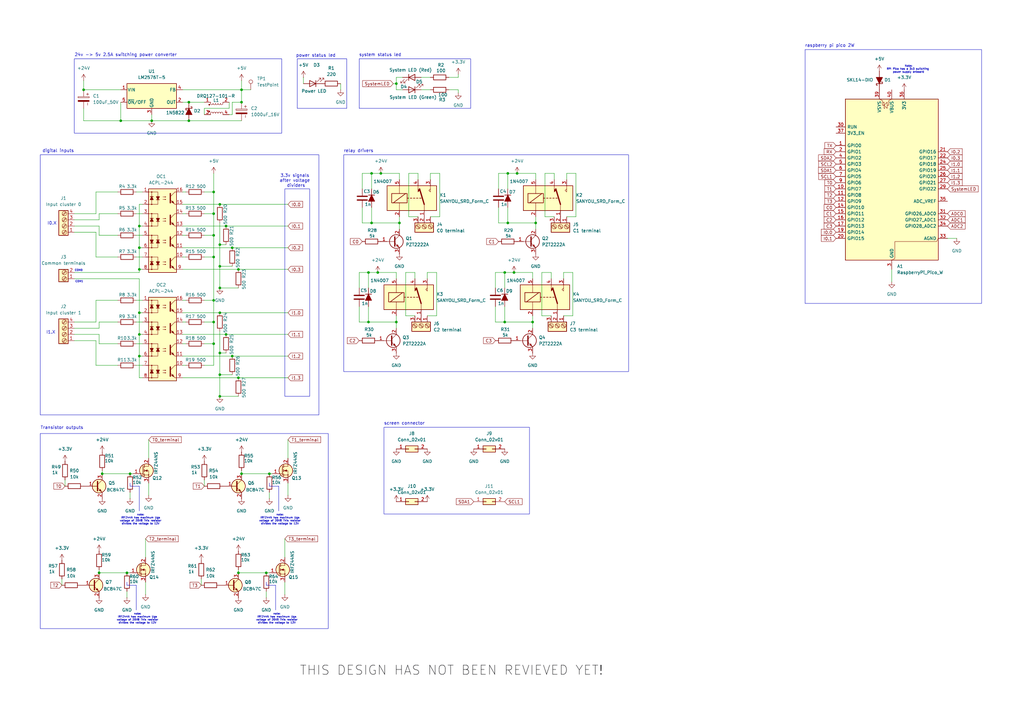
<source format=kicad_sch>
(kicad_sch (version 20250114) (generator "eeschema") (generator_version "9.0")
  (paper "A3")
  (title_block (title "PicoPLC CPU ") (company "Antoni Gzara (Antek Elektronik)"))
  (rectangle (start 16.51 63.5) (end 130.81 170.18))
  (rectangle (start 16.51 177.8) (end 134.62 257.81))
  (rectangle (start 147.32 24.13) (end 193.04 44.45))
  (rectangle (start 30.48 24.13) (end 115.57 54.61))
  (rectangle (start 116.84 77.47) (end 127 162.56))
  (rectangle (start 330.2 20.32) (end 402.59 124.46))
  (rectangle (start 121.92 24.13) (end 142.24 44.45))
  (rectangle (start 140.97 63.5) (end 257.81 152.4))
  (rectangle (start 157.48 175.26) (end 217.17 210.82))
  (text "Transistor outputs\n" (at 25.4 175.514 0) (effects (font (size 1.27 1.27))))
  (text "relay drivers\n" (at 147.066 61.976 0) (effects (font (size 1.27 1.27))))
  (text "note:\nIRFZ44N has maximum Ugs\nvoltage of 20V!! This resistor\ndivides the voltage to 12V" (at 56.388 253.746 0) (effects (font (size 0.762 0.762))))
  (text "3.3v signals \nafter voltage \ndividers\n" (at 121.412 74.168 0) (effects (font (size 1.27 1.27))))
  (text "digital inputs\n" (at 23.876 61.976 0) (effects (font (size 1.27 1.27))))
  (text "note:\nIRFZ44N has maximum Ugs\nvoltage of 20V!! This resistor\ndivides the voltage to 12V" (at 113.538 253.746 0) (effects (font (size 0.762 0.762))))
  (text "24v -> 5v 2.5A switching power converter" (at 51.562 22.606 0) (effects (font (size 1.27 1.27))))
  (text "I1.X\n" (at 20.828 136.398 0) (effects (font (size 1.27 1.27))))
  (text "I0.X\n" (at 21.336 91.694 0) (effects (font (size 1.27 1.27))))
  (text "note:\nIRFZ44N has maximum Ugs\nvoltage of 20V!! This resistor\ndivides the voltage to 12V" (at 57.658 213.106 0) (effects (font (size 0.762 0.762))))
  (text "COM1\n" (at 32.512 115.57 0) (effects (font (size 0.762 0.762))))
  (text "screen connector\n" (at 165.862 173.736 0) (effects (font (size 1.27 1.27))))
  (text "system status led\n" (at 155.956 22.606 0) (effects (font (size 1.27 1.27))))
  (text "COM0\n" (at 32.258 110.998 0) (effects (font (size 0.762 0.762))))
  (text "note:\nIRFZ44N has maximum Ugs\nvoltage of 20V!! This resistor\ndivides the voltage to 12V" (at 114.808 213.106 0) (effects (font (size 0.762 0.762))))
  (text "THIS DESIGN HAS NOT BEEN REVIEVED YET!" (at 185.166 275.082 0) (effects (font (size 3.81 3.81))))
  (text "power status led\n" (at 129.54 22.86 0) (effects (font (size 1.27 1.27))))
  (text "raspberry pi pico 2W\n" (at 340.36 18.796 0) (effects (font (size 1.27 1.27))))
  (text "Note:\nRPI Pico has a 3v3 switching \npower supply onboard" (at 372.618 28.448 0) (effects (font (size 0.762 0.762))))
  (junction (at 57.15 137.16))
  (junction (at 90.17 144.78))
  (junction (at 77.47 49.53))
  (junction (at 97.79 110.49))
  (junction (at 90.17 162.56))
  (junction (at 49.53 49.53))
  (junction (at 34.29 36.83))
  (junction (at 90.17 100.33))
  (junction (at 208.28 71.12))
  (junction (at 92.71 92.71))
  (junction (at 90.17 83.82))
  (junction (at 95.25 101.6))
  (junction (at 87.63 123.19))
  (junction (at 87.63 132.08))
  (junction (at 62.23 49.53))
  (junction (at 87.63 78.74))
  (junction (at 109.22 234.95))
  (junction (at 152.4 91.44))
  (junction (at 152.4 71.12))
  (junction (at 95.25 146.05))
  (junction (at 57.15 146.05))
  (junction (at 97.79 154.94))
  (junction (at 57.15 101.6))
  (junction (at 156.21 71.12))
  (junction (at 110.49 194.31))
  (junction (at 52.07 234.95))
  (junction (at 77.47 41.91))
  (junction (at 207.01 111.76))
  (junction (at 208.28 91.44))
  (junction (at 210.82 111.76))
  (junction (at 162.56 34.29))
  (junction (at 57.15 110.49))
  (junction (at 162.56 132.08))
  (junction (at 218.44 132.08))
  (junction (at 90.17 118.11))
  (junction (at 40.64 234.95))
  (junction (at 163.83 91.44))
  (junction (at 151.13 132.08))
  (junction (at 90.17 109.22))
  (junction (at 154.94 111.76))
  (junction (at 57.15 128.27))
  (junction (at 87.63 96.52))
  (junction (at 99.06 41.91))
  (junction (at 87.63 105.41))
  (junction (at 207.01 132.08))
  (junction (at 97.79 234.95))
  (junction (at 57.15 92.71))
  (junction (at 53.34 194.31))
  (junction (at 99.06 36.83))
  (junction (at 90.17 128.27))
  (junction (at 92.71 137.16))
  (junction (at 151.13 111.76))
  (junction (at 87.63 87.63))
  (junction (at 212.09 71.12))
  (junction (at 90.17 153.67))
  (junction (at 99.06 194.31))
  (junction (at 87.63 140.97))
  (junction (at 219.71 91.44))
  (junction (at 41.91 194.31))
  (wire (pts (xy 30.48 87.63) (xy 39.37 87.63)))
  (wire (pts (xy 227.33 71.12) (xy 223.52 71.12)))
  (wire (pts (xy 226.06 111.76) (xy 222.25 111.76)))
  (wire (pts (xy 59.69 220.98) (xy 59.69 228.6)))
  (wire (pts (xy 232.41 71.12) (xy 236.22 71.12)))
  (wire (pts (xy 99.06 36.83) (xy 102.87 36.83)))
  (wire (pts (xy 57.15 146.05) (xy 57.15 137.16)))
  (wire (pts (xy 60.96 180.34) (xy 60.96 187.96)))
  (wire (pts (xy 222.25 111.76) (xy 222.25 129.54)))
  (wire (pts (xy 236.22 88.9) (xy 232.41 88.9)))
  (wire (pts (xy 165.1 31.75) (xy 162.56 31.75)))
  (wire (pts (xy 90.17 153.67) (xy 90.17 144.78)))
  (wire (pts (xy 90.17 91.44) (xy 90.17 100.33)))
  (wire (pts (xy 49.53 41.91) (xy 49.53 49.53)))
  (wire (pts (xy 76.2 96.52) (xy 74.93 96.52)))
  (polyline (pts (xy 110.49 198.12) (xy 110.49 199.39)))
  (wire (pts (xy 87.63 71.12) (xy 87.63 78.74)))
  (wire (pts (xy 39.37 105.41) (xy 48.26 105.41)))
  (wire (pts (xy 151.13 132.08) (xy 162.56 132.08)))
  (wire (pts (xy 148.59 77.47) (xy 148.59 71.12)))
  (wire (pts (xy 147.32 111.76) (xy 151.13 111.76)))
  (wire (pts (xy 93.98 41.91) (xy 93.98 44.45)))
  (wire (pts (xy 57.15 101.6) (xy 58.42 101.6)))
  (wire (pts (xy 55.88 140.97) (xy 58.42 140.97)))
  (wire (pts (xy 83.82 196.85) (xy 83.82 199.39)))
  (wire (pts (xy 49.53 49.53) (xy 62.23 49.53)))
  (wire (pts (xy 74.93 146.05) (xy 95.25 146.05)))
  (wire (pts (xy 231.14 114.3) (xy 231.14 111.76)))
  (wire (pts (xy 55.88 105.41) (xy 58.42 105.41)))
  (wire (pts (xy 74.93 92.71) (xy 92.71 92.71)))
  (wire (pts (xy 30.48 137.16) (xy 40.64 137.16)))
  (wire (pts (xy 162.56 111.76) (xy 154.94 111.76)))
  (wire (pts (xy 76.2 123.19) (xy 74.93 123.19)))
  (wire (pts (xy 52.07 234.95) (xy 53.34 234.95)))
  (wire (pts (xy 39.37 78.74) (xy 48.26 78.74)))
  (wire (pts (xy 62.23 49.53) (xy 77.47 49.53)))
  (polyline (pts (xy 53.34 199.39) (xy 57.15 199.39)))
  (wire (pts (xy 154.94 111.76) (xy 151.13 111.76)))
  (wire (pts (xy 203.2 125.73) (xy 203.2 132.08)))
  (wire (pts (xy 110.49 201.93) (xy 110.49 204.47)))
  (wire (pts (xy 95.25 46.99) (xy 93.98 46.99)))
  (wire (pts (xy 41.91 194.31) (xy 53.34 194.31)))
  (wire (pts (xy 223.52 71.12) (xy 223.52 88.9)))
  (wire (pts (xy 161.29 34.29) (xy 162.56 34.29)))
  (wire (pts (xy 52.07 242.57) (xy 52.07 245.11)))
  (wire (pts (xy 167.64 88.9) (xy 171.45 88.9)))
  (wire (pts (xy 40.64 96.52) (xy 48.26 96.52)))
  (wire (pts (xy 87.63 96.52) (xy 87.63 105.41)))
  (wire (pts (xy 166.37 111.76) (xy 166.37 129.54)))
  (wire (pts (xy 179.07 129.54) (xy 175.26 129.54)))
  (wire (pts (xy 57.15 137.16) (xy 57.15 128.27)))
  (wire (pts (xy 148.59 91.44) (xy 152.4 91.44)))
  (wire (pts (xy 83.82 123.19) (xy 87.63 123.19)))
  (wire (pts (xy 118.11 180.34) (xy 118.11 187.96)))
  (wire (pts (xy 172.72 36.83) (xy 176.53 36.83)))
  (wire (pts (xy 139.7 34.29) (xy 139.7 36.83)))
  (wire (pts (xy 59.69 238.76) (xy 59.69 243.84)))
  (wire (pts (xy 219.71 71.12) (xy 212.09 71.12)))
  (wire (pts (xy 39.37 149.86) (xy 48.26 149.86)))
  (wire (pts (xy 152.4 71.12) (xy 152.4 77.47)))
  (wire (pts (xy 76.2 78.74) (xy 74.93 78.74)))
  (wire (pts (xy 39.37 123.19) (xy 48.26 123.19)))
  (wire (pts (xy 176.53 73.66) (xy 176.53 71.12)))
  (wire (pts (xy 55.88 96.52) (xy 58.42 96.52)))
  (wire (pts (xy 40.64 132.08) (xy 48.26 132.08)))
  (wire (pts (xy 179.07 111.76) (xy 179.07 129.54)))
  (wire (pts (xy 40.64 234.95) (xy 52.07 234.95)))
  (wire (pts (xy 204.47 91.44) (xy 208.28 91.44)))
  (wire (pts (xy 25.4 237.49) (xy 25.4 240.03)))
  (wire (pts (xy 57.15 137.16) (xy 58.42 137.16)))
  (wire (pts (xy 99.06 33.02) (xy 99.06 36.83)))
  (wire (pts (xy 147.32 132.08) (xy 151.13 132.08)))
  (wire (pts (xy 162.56 36.83) (xy 165.1 36.83)))
  (wire (pts (xy 93.98 44.45) (xy 83.82 44.45)))
  (wire (pts (xy 39.37 139.7) (xy 39.37 149.86)))
  (wire (pts (xy 62.23 46.99) (xy 62.23 49.53)))
  (wire (pts (xy 152.4 85.09) (xy 152.4 91.44)))
  (wire (pts (xy 90.17 83.82) (xy 118.11 83.82)))
  (wire (pts (xy 83.82 87.63) (xy 87.63 87.63)))
  (wire (pts (xy 163.83 91.44) (xy 163.83 93.98)))
  (wire (pts (xy 74.93 83.82) (xy 90.17 83.82)))
  (wire (pts (xy 57.15 110.49) (xy 57.15 101.6)))
  (wire (pts (xy 99.06 193.04) (xy 99.06 194.31)))
  (wire (pts (xy 90.17 128.27) (xy 118.11 128.27)))
  (wire (pts (xy 116.84 238.76) (xy 116.84 243.84)))
  (wire (pts (xy 77.47 41.91) (xy 83.82 41.91)))
  (wire (pts (xy 74.93 36.83) (xy 99.06 36.83)))
  (wire (pts (xy 176.53 71.12) (xy 180.34 71.12)))
  (wire (pts (xy 57.15 110.49) (xy 58.42 110.49)))
  (wire (pts (xy 34.29 33.02) (xy 34.29 36.83)))
  (wire (pts (xy 222.25 129.54) (xy 226.06 129.54)))
  (wire (pts (xy 365.76 110.49) (xy 365.76 115.57)))
  (wire (pts (xy 74.93 154.94) (xy 97.79 154.94)))
  (wire (pts (xy 30.48 132.08) (xy 39.37 132.08)))
  (wire (pts (xy 180.34 71.12) (xy 180.34 88.9)))
  (wire (pts (xy 118.11 198.12) (xy 118.11 203.2)))
  (wire (pts (xy 87.63 132.08) (xy 87.63 140.97)))
  (wire (pts (xy 97.79 154.94) (xy 118.11 154.94)))
  (wire (pts (xy 87.63 123.19) (xy 87.63 132.08)))
  (wire (pts (xy 167.64 71.12) (xy 167.64 88.9)))
  (wire (pts (xy 110.49 194.31) (xy 111.76 194.31)))
  (polyline (pts (xy 52.07 240.03) (xy 55.88 240.03)))
  (wire (pts (xy 90.17 109.22) (xy 90.17 100.33)))
  (wire (pts (xy 187.96 38.1) (xy 187.96 36.83)))
  (wire (pts (xy 207.01 125.73) (xy 207.01 132.08)))
  (wire (pts (xy 76.2 149.86) (xy 74.93 149.86)))
  (wire (pts (xy 203.2 118.11) (xy 203.2 111.76)))
  (wire (pts (xy 208.28 71.12) (xy 208.28 77.47)))
  (wire (pts (xy 40.64 92.71) (xy 40.64 96.52)))
  (wire (pts (xy 74.93 137.16) (xy 92.71 137.16)))
  (wire (pts (xy 77.47 49.53) (xy 99.06 49.53)))
  (wire (pts (xy 87.63 87.63) (xy 87.63 96.52)))
  (wire (pts (xy 236.22 71.12) (xy 236.22 88.9)))
  (wire (pts (xy 156.21 71.12) (xy 152.4 71.12)))
  (wire (pts (xy 162.56 31.75) (xy 162.56 34.29)))
  (wire (pts (xy 53.34 201.93) (xy 53.34 204.47)))
  (wire (pts (xy 176.53 31.75) (xy 172.72 31.75)))
  (polyline (pts (xy 109.22 240.03) (xy 113.03 240.03)))
  (wire (pts (xy 83.82 105.41) (xy 87.63 105.41)))
  (wire (pts (xy 97.79 162.56) (xy 90.17 162.56)))
  (wire (pts (xy 99.06 41.91) (xy 95.25 41.91)))
  (wire (pts (xy 30.48 134.62) (xy 40.64 134.62)))
  (wire (pts (xy 40.64 137.16) (xy 40.64 140.97)))
  (wire (pts (xy 30.48 92.71) (xy 40.64 92.71)))
  (wire (pts (xy 39.37 87.63) (xy 39.37 78.74)))
  (wire (pts (xy 90.17 144.78) (xy 92.71 144.78)))
  (wire (pts (xy 76.2 132.08) (xy 74.93 132.08)))
  (polyline (pts (xy 57.15 199.39) (xy 57.15 209.55)))
  (wire (pts (xy 97.79 233.68) (xy 97.79 234.95)))
  (wire (pts (xy 90.17 100.33) (xy 92.71 100.33)))
  (wire (pts (xy 219.71 91.44) (xy 219.71 93.98)))
  (wire (pts (xy 99.06 36.83) (xy 99.06 41.91)))
  (wire (pts (xy 34.29 44.45) (xy 34.29 49.53)))
  (wire (pts (xy 162.56 34.29) (xy 162.56 36.83)))
  (wire (pts (xy 55.88 123.19) (xy 58.42 123.19)))
  (wire (pts (xy 208.28 85.09) (xy 208.28 91.44)))
  (wire (pts (xy 95.25 101.6) (xy 118.11 101.6)))
  (polyline (pts (xy 55.88 240.03) (xy 55.88 250.19)))
  (wire (pts (xy 203.2 111.76) (xy 207.01 111.76)))
  (wire (pts (xy 232.41 73.66) (xy 232.41 71.12)))
  (wire (pts (xy 187.96 36.83) (xy 184.15 36.83)))
  (wire (pts (xy 175.26 111.76) (xy 179.07 111.76)))
  (polyline (pts (xy 110.49 199.39) (xy 114.3 199.39)))
  (wire (pts (xy 219.71 73.66) (xy 219.71 71.12)))
  (wire (pts (xy 57.15 114.3) (xy 30.48 114.3)))
  (wire (pts (xy 53.34 194.31) (xy 54.61 194.31)))
  (wire (pts (xy 212.09 71.12) (xy 208.28 71.12)))
  (wire (pts (xy 83.82 78.74) (xy 87.63 78.74)))
  (wire (pts (xy 57.15 111.76) (xy 57.15 110.49)))
  (wire (pts (xy 171.45 71.12) (xy 167.64 71.12)))
  (wire (pts (xy 218.44 114.3) (xy 218.44 111.76)))
  (wire (pts (xy 90.17 162.56) (xy 90.17 153.67)))
  (wire (pts (xy 40.64 134.62) (xy 40.64 132.08)))
  (wire (pts (xy 55.88 132.08) (xy 58.42 132.08)))
  (wire (pts (xy 83.82 96.52) (xy 87.63 96.52)))
  (wire (pts (xy 39.37 132.08) (xy 39.37 123.19)))
  (wire (pts (xy 76.2 87.63) (xy 74.93 87.63)))
  (wire (pts (xy 26.67 196.85) (xy 26.67 199.39)))
  (wire (pts (xy 55.88 149.86) (xy 58.42 149.86)))
  (polyline (pts (xy 53.34 198.12) (xy 53.34 199.39)))
  (wire (pts (xy 109.22 242.57) (xy 109.22 245.11)))
  (wire (pts (xy 74.93 110.49) (xy 97.79 110.49)))
  (wire (pts (xy 184.15 31.75) (xy 187.96 31.75)))
  (wire (pts (xy 170.18 111.76) (xy 166.37 111.76)))
  (wire (pts (xy 162.56 132.08) (xy 162.56 134.62)))
  (wire (pts (xy 226.06 111.76) (xy 226.06 114.3)))
  (wire (pts (xy 151.13 125.73) (xy 151.13 132.08)))
  (wire (pts (xy 219.71 88.9) (xy 219.71 91.44)))
  (wire (pts (xy 231.14 111.76) (xy 234.95 111.76)))
  (wire (pts (xy 204.47 71.12) (xy 208.28 71.12)))
  (wire (pts (xy 57.15 92.71) (xy 58.42 92.71)))
  (wire (pts (xy 170.18 111.76) (xy 170.18 114.3)))
  (wire (pts (xy 162.56 129.54) (xy 162.56 132.08)))
  (wire (pts (xy 152.4 91.44) (xy 163.83 91.44)))
  (wire (pts (xy 180.34 88.9) (xy 176.53 88.9)))
  (wire (pts (xy 218.44 111.76) (xy 210.82 111.76)))
  (wire (pts (xy 83.82 149.86) (xy 87.63 149.86)))
  (wire (pts (xy 207.01 132.08) (xy 218.44 132.08)))
  (wire (pts (xy 166.37 129.54) (xy 170.18 129.54)))
  (wire (pts (xy 34.29 49.53) (xy 49.53 49.53)))
  (wire (pts (xy 148.59 71.12) (xy 152.4 71.12)))
  (polyline (pts (xy 113.03 240.03) (xy 113.03 250.19)))
  (wire (pts (xy 40.64 233.68) (xy 40.64 234.95)))
  (wire (pts (xy 41.91 193.04) (xy 41.91 194.31)))
  (polyline (pts (xy 114.3 199.39) (xy 114.3 209.55)))
  (wire (pts (xy 99.06 194.31) (xy 110.49 194.31)))
  (wire (pts (xy 87.63 105.41) (xy 87.63 123.19)))
  (wire (pts (xy 57.15 92.71) (xy 57.15 83.82)))
  (wire (pts (xy 97.79 118.11) (xy 90.17 118.11)))
  (wire (pts (xy 57.15 154.94) (xy 57.15 146.05)))
  (wire (pts (xy 57.15 83.82) (xy 58.42 83.82)))
  (wire (pts (xy 147.32 118.11) (xy 147.32 111.76)))
  (wire (pts (xy 30.48 95.25) (xy 39.37 95.25)))
  (wire (pts (xy 148.59 85.09) (xy 148.59 91.44)))
  (wire (pts (xy 57.15 128.27) (xy 58.42 128.27)))
  (wire (pts (xy 39.37 95.25) (xy 39.37 105.41)))
  (polyline (pts (xy 52.07 238.76) (xy 52.07 240.03)))
  (wire (pts (xy 76.2 140.97) (xy 74.93 140.97)))
  (wire (pts (xy 163.83 71.12) (xy 156.21 71.12)))
  (wire (pts (xy 87.63 140.97) (xy 87.63 149.86)))
  (wire (pts (xy 30.48 139.7) (xy 39.37 139.7)))
  (wire (pts (xy 82.55 237.49) (xy 82.55 240.03)))
  (wire (pts (xy 30.48 90.17) (xy 40.64 90.17)))
  (wire (pts (xy 97.79 234.95) (xy 109.22 234.95)))
  (wire (pts (xy 151.13 111.76) (xy 151.13 118.11)))
  (wire (pts (xy 171.45 71.12) (xy 171.45 73.66)))
  (wire (pts (xy 163.83 73.66) (xy 163.83 71.12)))
  (wire (pts (xy 218.44 132.08) (xy 218.44 134.62)))
  (wire (pts (xy 57.15 101.6) (xy 57.15 92.71)))
  (wire (pts (xy 207.01 111.76) (xy 207.01 118.11)))
  (wire (pts (xy 74.93 41.91) (xy 77.47 41.91)))
  (wire (pts (xy 147.32 125.73) (xy 147.32 132.08)))
  (wire (pts (xy 40.64 87.63) (xy 48.26 87.63)))
  (wire (pts (xy 227.33 71.12) (xy 227.33 73.66)))
  (wire (pts (xy 87.63 78.74) (xy 87.63 87.63)))
  (wire (pts (xy 40.64 90.17) (xy 40.64 87.63)))
  (wire (pts (xy 34.29 36.83) (xy 49.53 36.83)))
  (wire (pts (xy 203.2 132.08) (xy 207.01 132.08)))
  (wire (pts (xy 187.96 31.75) (xy 187.96 30.48)))
  (wire (pts (xy 97.79 110.49) (xy 118.11 110.49)))
  (wire (pts (xy 90.17 135.89) (xy 90.17 144.78)))
  (wire (pts (xy 40.64 140.97) (xy 48.26 140.97)))
  (wire (pts (xy 83.82 132.08) (xy 87.63 132.08)))
  (wire (pts (xy 204.47 77.47) (xy 204.47 71.12)))
  (wire (pts (xy 204.47 85.09) (xy 204.47 91.44)))
  (wire (pts (xy 76.2 105.41) (xy 74.93 105.41)))
  (wire (pts (xy 95.25 41.91) (xy 95.25 46.99)))
  (wire (pts (xy 124.46 31.75) (xy 124.46 34.29)))
  (wire (pts (xy 92.71 137.16) (xy 118.11 137.16)))
  (wire (pts (xy 175.26 114.3) (xy 175.26 111.76)))
  (wire (pts (xy 74.93 128.27) (xy 90.17 128.27)))
  (wire (pts (xy 95.25 146.05) (xy 118.11 146.05)))
  (wire (pts (xy 163.83 88.9) (xy 163.83 91.44)))
  (wire (pts (xy 83.82 140.97) (xy 87.63 140.97)))
  (wire (pts (xy 83.82 44.45) (xy 83.82 46.99)))
  (wire (pts (xy 162.56 114.3) (xy 162.56 111.76)))
  (wire (pts (xy 116.84 220.98) (xy 116.84 228.6)))
  (wire (pts (xy 60.96 198.12) (xy 60.96 203.2)))
  (wire (pts (xy 58.42 154.94) (xy 57.15 154.94)))
  (wire (pts (xy 55.88 87.63) (xy 58.42 87.63)))
  (wire (pts (xy 55.88 78.74) (xy 58.42 78.74)))
  (polyline (pts (xy 109.22 238.76) (xy 109.22 240.03)))
  (wire (pts (xy 95.25 109.22) (xy 90.17 109.22)))
  (wire (pts (xy 30.48 111.76) (xy 57.15 111.76)))
  (wire (pts (xy 234.95 111.76) (xy 234.95 129.54)))
  (wire (pts (xy 210.82 111.76) (xy 207.01 111.76)))
  (wire (pts (xy 218.44 129.54) (xy 218.44 132.08)))
  (wire (pts (xy 90.17 118.11) (xy 90.17 109.22)))
  (wire (pts (xy 57.15 128.27) (xy 57.15 114.3)))
  (wire (pts (xy 234.95 129.54) (xy 231.14 129.54)))
  (wire (pts (xy 109.22 234.95) (xy 110.49 234.95)))
  (wire (pts (xy 208.28 91.44) (xy 219.71 91.44)))
  (wire (pts (xy 223.52 88.9) (xy 227.33 88.9)))
  (wire (pts (xy 57.15 146.05) (xy 58.42 146.05)))
  (wire (pts (xy 392.43 97.79) (xy 388.62 97.79)))
  (wire (pts (xy 74.93 101.6) (xy 95.25 101.6)))
  (wire (pts (xy 92.71 92.71) (xy 118.11 92.71)))
  (wire (pts (xy 95.25 153.67) (xy 90.17 153.67)))
  (global_label "T1_terminal" (shape input) (at 118.11 180.34 0) (property "Intersheetrefs" "${INTERSHEET_REFS}" (effects (hide yes))))
  (global_label "I1.2" (shape input) (at 388.62 72.39 0) (property "Intersheetrefs" "${INTERSHEET_REFS}" (effects (hide yes))))
  (global_label "I0.3" (shape input) (at 388.62 64.77 0) (property "Intersheetrefs" "${INTERSHEET_REFS}" (effects (hide yes))))
  (global_label "I0.0" (shape input) (at 118.11 83.82 0) (property "Intersheetrefs" "${INTERSHEET_REFS}" (effects (hide yes))))
  (global_label "I0.1" (shape input) (at 118.11 92.71 0) (property "Intersheetrefs" "${INTERSHEET_REFS}" (effects (hide yes))))
  (global_label "C0" (shape input) (at 342.9 85.09 180) (property "Intersheetrefs" "${INTERSHEET_REFS}" (effects (hide yes))))
  (global_label "T0" (shape input) (at 342.9 74.93 180) (property "Intersheetrefs" "${INTERSHEET_REFS}" (effects (hide yes))))
  (global_label "T3" (shape input) (at 342.9 82.55 180) (property "Intersheetrefs" "${INTERSHEET_REFS}" (effects (hide yes))))
  (global_label "T2" (shape input) (at 25.4 240.03 180) (property "Intersheetrefs" "${INTERSHEET_REFS}" (effects (hide yes))))
  (global_label "I1.1" (shape input) (at 388.62 69.85 0) (property "Intersheetrefs" "${INTERSHEET_REFS}" (effects (hide yes))))
  (global_label "T0" (shape input) (at 26.67 199.39 180) (property "Intersheetrefs" "${INTERSHEET_REFS}" (effects (hide yes))))
  (global_label "SDA1" (shape input) (at 194.31 205.74 180) (property "Intersheetrefs" "${INTERSHEET_REFS}" (effects (hide yes))))
  (global_label "T1" (shape input) (at 83.82 199.39 180) (property "Intersheetrefs" "${INTERSHEET_REFS}" (effects (hide yes))))
  (global_label "I1.0" (shape input) (at 388.62 67.31 0) (property "Intersheetrefs" "${INTERSHEET_REFS}" (effects (hide yes))))
  (global_label "I0.1" (shape input) (at 342.9 97.79 180) (property "Intersheetrefs" "${INTERSHEET_REFS}" (effects (hide yes))))
  (global_label "I1.1" (shape input) (at 118.11 137.16 0) (property "Intersheetrefs" "${INTERSHEET_REFS}" (effects (hide yes))))
  (global_label "I0.0" (shape input) (at 342.9 95.25 180) (property "Intersheetrefs" "${INTERSHEET_REFS}" (effects (hide yes))))
  (global_label "I1.2" (shape input) (at 118.11 146.05 0) (property "Intersheetrefs" "${INTERSHEET_REFS}" (effects (hide yes))))
  (global_label "I0.2" (shape input) (at 118.11 101.6 0) (property "Intersheetrefs" "${INTERSHEET_REFS}" (effects (hide yes))))
  (global_label "T2" (shape input) (at 342.9 80.01 180) (property "Intersheetrefs" "${INTERSHEET_REFS}" (effects (hide yes))))
  (global_label "SystemLED" (shape input) (at 161.29 34.29 180) (property "Intersheetrefs" "${INTERSHEET_REFS}" (effects (hide yes))))
  (global_label "ADC2" (shape input) (at 388.62 92.71 0) (property "Intersheetrefs" "${INTERSHEET_REFS}" (effects (hide yes))))
  (global_label "I0.3" (shape input) (at 118.11 110.49 0) (property "Intersheetrefs" "${INTERSHEET_REFS}" (effects (hide yes))))
  (global_label "T2_terminal" (shape input) (at 59.69 220.98 0) (property "Intersheetrefs" "${INTERSHEET_REFS}" (effects (hide yes))))
  (global_label "SystemLED" (shape input) (at 388.62 77.47 0) (property "Intersheetrefs" "${INTERSHEET_REFS}" (effects (hide yes))))
  (global_label "C2" (shape input) (at 342.9 90.17 180) (property "Intersheetrefs" "${INTERSHEET_REFS}" (effects (hide yes))))
  (global_label "SCL1" (shape input) (at 342.9 72.39 180) (property "Intersheetrefs" "${INTERSHEET_REFS}" (effects (hide yes))))
  (global_label "SCL1" (shape input) (at 207.01 205.74 0) (property "Intersheetrefs" "${INTERSHEET_REFS}" (effects (hide yes))))
  (global_label "ADC1" (shape input) (at 388.62 90.17 0) (property "Intersheetrefs" "${INTERSHEET_REFS}" (effects (hide yes))))
  (global_label "SCL2" (shape input) (at 342.9 67.31 180) (property "Intersheetrefs" "${INTERSHEET_REFS}" (effects (hide yes))))
  (global_label "I1.3" (shape input) (at 388.62 74.93 0) (property "Intersheetrefs" "${INTERSHEET_REFS}" (effects (hide yes))))
  (global_label "TX" (shape input) (at 342.9 59.69 180) (property "Intersheetrefs" "${INTERSHEET_REFS}" (effects (hide yes))))
  (global_label "C3" (shape input) (at 342.9 92.71 180) (property "Intersheetrefs" "${INTERSHEET_REFS}" (effects (hide yes))))
  (global_label "T1" (shape input) (at 342.9 77.47 180) (property "Intersheetrefs" "${INTERSHEET_REFS}" (effects (hide yes))))
  (global_label "I0.2" (shape input) (at 388.62 62.23 0) (property "Intersheetrefs" "${INTERSHEET_REFS}" (effects (hide yes))))
  (global_label "ADC0" (shape input) (at 388.62 87.63 0) (property "Intersheetrefs" "${INTERSHEET_REFS}" (effects (hide yes))))
  (global_label "C2" (shape input) (at 147.32 139.7 180) (property "Intersheetrefs" "${INTERSHEET_REFS}" (effects (hide yes))))
  (global_label "RX" (shape input) (at 342.9 62.23 180) (property "Intersheetrefs" "${INTERSHEET_REFS}" (effects (hide yes))))
  (global_label "SDA2" (shape input) (at 342.9 64.77 180) (property "Intersheetrefs" "${INTERSHEET_REFS}" (effects (hide yes))))
  (global_label "C1" (shape input) (at 204.47 99.06 180) (property "Intersheetrefs" "${INTERSHEET_REFS}" (effects (hide yes))))
  (global_label "I1.3" (shape input) (at 118.11 154.94 0) (property "Intersheetrefs" "${INTERSHEET_REFS}" (effects (hide yes))))
  (global_label "I1.0" (shape input) (at 118.11 128.27 0) (property "Intersheetrefs" "${INTERSHEET_REFS}" (effects (hide yes))))
  (global_label "C0" (shape input) (at 148.59 99.06 180) (property "Intersheetrefs" "${INTERSHEET_REFS}" (effects (hide yes))))
  (global_label "SDA1" (shape input) (at 342.9 69.85 180) (property "Intersheetrefs" "${INTERSHEET_REFS}" (effects (hide yes))))
  (global_label "T3" (shape input) (at 82.55 240.03 180) (property "Intersheetrefs" "${INTERSHEET_REFS}" (effects (hide yes))))
  (global_label "T3_terminal" (shape input) (at 116.84 220.98 0) (property "Intersheetrefs" "${INTERSHEET_REFS}" (effects (hide yes))))
  (global_label "C1" (shape input) (at 342.9 87.63 180) (property "Intersheetrefs" "${INTERSHEET_REFS}" (effects (hide yes))))
  (global_label "C3" (shape input) (at 203.2 139.7 180) (property "Intersheetrefs" "${INTERSHEET_REFS}" (effects (hide yes))))
  (global_label "T0_terminal" (shape input) (at 60.96 180.34 0) (property "Intersheetrefs" "${INTERSHEET_REFS}" (effects (hide yes))))
  (symbol (lib_id "Device:R") (at 52.07 87.63 90) (unit 1)
    (property "Reference" "R5" (at 50.038 85.344 90))
    (property "Value" "3.3k" (at 54.102 85.344 90))
    (property "Footprint" "PCM_Resistor_SMD_AKL:R_0805_2012Metric_Pad1.15x1.40mm_HandSolder" (effects (hide yes)))
    (property "Description" "Resistor" (effects (hide yes)))
  )
  (symbol (lib_id "PCM_Resistor_AKL:R_1806") (at 26.67 193.04 0) (unit 1)
    (property "Reference" "R49" (at 21.082 191.516 0) (effects (justify left)))
    (property "Value" "1k" (at 21.336 193.802 0) (effects (justify left)))
    (property "Footprint" "PCM_Resistor_SMD_AKL:R_1806_4516Metric" (effects (hide yes)))
    (property "Description" "SMD 1806 Chip Resistor, European Symbol, Alternate KiCad Library" (effects (hide yes)))
  )
  (symbol (lib_id "Device:R") (at 52.07 78.74 90) (unit 1)
    (property "Reference" "R4" (at 50.038 76.454 90))
    (property "Value" "3.3k" (at 54.102 76.454 90))
    (property "Footprint" "PCM_Resistor_SMD_AKL:R_0805_2012Metric_Pad1.15x1.40mm_HandSolder" (effects (hide yes)))
    (property "Description" "Resistor" (effects (hide yes)))
  )
  (symbol (lib_id "power:+24V") (at 212.09 71.12 0) (unit 1)
    (property "Reference" "#PWR017" (effects (hide yes)))
    (property "Value" "+24V" (at 212.09 66.04 0))
    (property "Description" "Power symbol creates a global label with name \"+24V\"" (effects (hide yes)))
  )
  (symbol (lib_id "Connector_Generic:Conn_02x01") (at 167.64 205.74 0) (unit 1)
    (property "Reference" "J10" (at 168.91 199.39 0))
    (property "Value" "Conn_02x01" (at 168.91 201.93 0))
    (property "Description" "Generic connector, double row, 02x01, this symbol is compatible with counter-clockwise, top-bottom and odd-even numbering schemes., script generated (kicad-library-utils/schlib/autogen/connector/)" (effects (hide yes)))
  )
  (symbol (lib_id "power:GND") (at 41.91 204.47 0) (unit 1)
    (property "Reference" "#PWR047" (effects (hide yes)))
    (property "Value" "GND" (at 41.91 209.55 0))
    (property "Description" "Power symbol creates a global label with name \"GND\" , ground" (effects (hide yes)))
  )
  (symbol (lib_id "PCM_Transistor_MOSFET_AKL:IRFZ44NS") (at 57.15 233.68 0) (unit 1)
    (property "Reference" "Q14" (at 61.214 236.728 0) (effects (justify left)))
    (property "Value" "IRFZ44NS" (at 62.738 235.204 90) (effects (justify left)))
    (property "Footprint" "PCM_Package_TO_SOT_SMD_AKL:TO-263-2" (effects (hide yes)))
    (property "Datasheet" "https://www.tme.eu/Document/64c5ed3c1e2bbc421f5251861f82c70a/irfz44ns.pdf" (effects (hide yes)))
    (property "Description" "TO-263 N-MOSFET enchancement mode transistor, 55V, 49A, 94W, Alternate KiCAD Library" (effects (hide yes)))
  )
  (symbol (lib_id "power:GND") (at 194.31 184.15 0) (unit 1)
    (property "Reference" "#PWR029" (effects (hide yes)))
    (property "Value" "GND" (at 194.31 189.23 0))
    (property "Description" "Power symbol creates a global label with name \"GND\" , ground" (effects (hide yes)))
  )
  (symbol (lib_id "Device:R") (at 152.4 99.06 90) (unit 1)
    (property "Reference" "R28" (at 152.654 94.488 90))
    (property "Value" "5k" (at 152.654 96.774 90))
    (property "Footprint" "PCM_Resistor_SMD_AKL:R_0805_2012Metric_Pad1.15x1.40mm_HandSolder" (effects (hide yes)))
    (property "Description" "Resistor" (effects (hide yes)))
  )
  (symbol (lib_id "Device:R") (at 95.25 149.86 0) (unit 1)
    (property "Reference" "R26" (at 97.536 147.828 90))
    (property "Value" "500" (at 97.536 152.4 90))
    (property "Footprint" "PCM_Resistor_SMD_AKL:R_0805_2012Metric_Pad1.15x1.40mm_HandSolder" (effects (hide yes)))
    (property "Description" "Resistor" (effects (hide yes)))
  )
  (symbol (lib_id "power:GND") (at 116.84 243.84 0) (unit 1)
    (property "Reference" "#PWR061" (effects (hide yes)))
    (property "Value" "GND" (at 116.84 248.92 0))
    (property "Description" "Power symbol creates a global label with name \"GND\" , ground" (effects (hide yes)))
  )
  (symbol (lib_id "Device:C") (at 204.47 81.28 0) (unit 1)
    (property "Reference" "C4" (at 204.978 78.486 0) (effects (justify left)))
    (property "Value" "1n" (at 205.486 83.82 0) (effects (justify left)))
    (property "Footprint" "Capacitor_SMD:C_0805_2012Metric_Pad1.18x1.45mm_HandSolder" (effects (hide yes)))
    (property "Description" "Unpolarized capacitor" (effects (hide yes)))
  )
  (symbol (lib_id "Device:C") (at 148.59 81.28 0) (unit 1)
    (property "Reference" "C3" (at 149.098 78.486 0) (effects (justify left)))
    (property "Value" "1n" (at 149.606 83.82 0) (effects (justify left)))
    (property "Footprint" "Capacitor_SMD:C_0805_2012Metric_Pad1.18x1.45mm_HandSolder" (effects (hide yes)))
    (property "Description" "Unpolarized capacitor" (effects (hide yes)))
  )
  (symbol (lib_id "power:+5V") (at 87.63 71.12 0) (unit 1)
    (property "Reference" "#PWR010" (effects (hide yes)))
    (property "Value" "+5V" (at 87.63 66.04 0))
    (property "Description" "Power symbol creates a global label with name \"+5V\"" (effects (hide yes)))
  )
  (symbol (lib_id "PCM_Resistor_AKL:R_1806") (at 29.21 240.03 90) (unit 1)
    (property "Reference" "R58" (at 29.21 233.68 90))
    (property "Value" "10k" (at 29.21 236.22 90))
    (property "Footprint" "PCM_Resistor_SMD_AKL:R_1806_4516Metric" (effects (hide yes)))
    (property "Description" "SMD 1806 Chip Resistor, European Symbol, Alternate KiCad Library" (effects (hide yes)))
  )
  (symbol (lib_id "PCM_SL_Screw_Terminal:Screw_Terminal_2_P3.50mm") (at 26.67 113.03 180) (unit 1)
    (property "Reference" "J3" (at 26.035 105.41 0))
    (property "Value" "Common terminals" (at 26.035 107.95 0))
    (property "Footprint" "TerminalBlock_Phoenix:TerminalBlock_Phoenix_PT-1,5-2-3.5-H_1x02_P3.50mm_Horizontal" (effects (hide yes)))
  )
  (symbol (lib_id "Device:R") (at 80.01 132.08 90) (unit 1)
    (property "Reference" "R17" (at 77.978 129.794 90))
    (property "Value" "500" (at 82.55 129.794 90))
    (property "Footprint" "PCM_Resistor_SMD_AKL:R_0805_2012Metric_Pad1.15x1.40mm_HandSolder" (effects (hide yes)))
    (property "Description" "Resistor" (effects (hide yes)))
  )
  (symbol (lib_id "Transistor_BJT:PZT2222A") (at 161.29 99.06 0) (unit 1)
    (property "Reference" "Q1" (at 166.37 97.7899 0) (effects (justify left)))
    (property "Value" "PZT2222A" (at 166.37 100.3299 0) (effects (justify left)))
    (property "Footprint" "Package_TO_SOT_SMD:SOT-223-3_TabPin2" (effects (hide yes)))
    (property "Datasheet" "https://www.onsemi.com/pub/Collateral/PN2222-D.PDF" (effects (hide yes)))
    (property "Description" "1A Ic, 40V Vce, NPN Transistor, General Purpose Transistor, SOT-223" (effects (hide yes)))
  )
  (symbol (lib_id "power:GND") (at 162.56 144.78 0) (unit 1)
    (property "Reference" "#PWR020" (effects (hide yes)))
    (property "Value" "GND" (at 162.56 149.86 0))
    (property "Description" "Power symbol creates a global label with name \"GND\" , ground" (effects (hide yes)))
  )
  (symbol (lib_id "PCM_Diode_AKL:1N4007") (at 207.01 121.92 90) (unit 1)
    (property "Reference" "D9" (at 207.518 119.38 90) (effects (justify right)))
    (property "Value" "1N4007" (at 207.772 115.062 90) (effects (justify right)))
    (property "Footprint" "PCM_Diode_SMD_AKL:D_SOD-123" (effects (hide yes)))
    (property "Datasheet" "https://www.tme.eu/Document/5f8ffc5ac30fc86bac97d66040bf5502/1n400x.pdf" (effects (hide yes)))
    (property "Description" "DO-41 Diode, Rectifier, 1000V, 1A, Alternate KiCad Library" (effects (hide yes)))
  )
  (symbol (lib_id "PCM_Resistor_AKL:R_1806") (at 82.55 233.68 0) (unit 1)
    (property "Reference" "R61" (at 76.962 232.156 0) (effects (justify left)))
    (property "Value" "1k" (at 77.216 234.442 0) (effects (justify left)))
    (property "Footprint" "PCM_Resistor_SMD_AKL:R_1806_4516Metric" (effects (hide yes)))
    (property "Description" "SMD 1806 Chip Resistor, European Symbol, Alternate KiCad Library" (effects (hide yes)))
  )
  (symbol (lib_id "PCM_SL_Screw_Terminal:Screw_Terminal_3_P5.00mm") (at 173.99 92.71 270) (unit 1)
    (property "Reference" "J4" (at 179.07 92.0749 90) (effects (justify left)))
    (property "Value" "C0 terminal" (at 179.07 94.6149 90) (effects (justify left)))
    (property "Footprint" "TerminalBlock_Phoenix:TerminalBlock_Phoenix_PT-1,5-3-5.0-H_1x03_P5.00mm_Horizontal" (effects (hide yes)))
  )
  (symbol (lib_id "PCM_Transistor_MOSFET_AKL:IRFZ44NS") (at 58.42 193.04 0) (unit 1)
    (property "Reference" "Q12" (at 62.484 196.088 0) (effects (justify left)))
    (property "Value" "IRFZ44NS" (at 64.008 194.564 90) (effects (justify left)))
    (property "Footprint" "PCM_Package_TO_SOT_SMD_AKL:TO-263-2" (effects (hide yes)))
    (property "Datasheet" "https://www.tme.eu/Document/64c5ed3c1e2bbc421f5251861f82c70a/irfz44ns.pdf" (effects (hide yes)))
    (property "Description" "TO-263 N-MOSFET enchancement mode transistor, 55V, 49A, 94W, Alternate KiCAD Library" (effects (hide yes)))
  )
  (symbol (lib_id "PCM_Resistor_AKL:R_1806") (at 52.07 238.76 0) (unit 1)
    (property "Reference" "R60" (at 53.086 236.474 0) (effects (justify left)))
    (property "Value" "10k" (at 53.086 238.506 0) (effects (justify left)))
    (property "Footprint" "PCM_Resistor_SMD_AKL:R_1806_4516Metric" (effects (hide yes)))
    (property "Description" "SMD 1806 Chip Resistor, European Symbol, Alternate KiCad Library" (effects (hide yes)))
  )
  (symbol (lib_id "Device:L_Coupled") (at 88.9 44.45 0) (unit 1)
    (property "Reference" "L1" (at 88.646 41.148 0))
    (property "Value" "DRQ127-101-R" (at 88.519 39.37 0))
    (property "Footprint" "PCM_Inductor_SMD_AKL:L_Bourns_SRF1260" (effects (hide yes)))
    (property "Description" "Coupled inductor" (effects (hide yes)))
  )
  (symbol (lib_id "PCM_Resistor_AKL:R_1806") (at 41.91 189.23 0) (unit 1)
    (property "Reference" "R51" (at 42.926 186.944 0) (effects (justify left)))
    (property "Value" "10k" (at 42.926 188.976 0) (effects (justify left)))
    (property "Footprint" "PCM_Resistor_SMD_AKL:R_1806_4516Metric" (effects (hide yes)))
    (property "Description" "SMD 1806 Chip Resistor, European Symbol, Alternate KiCad Library" (effects (hide yes)))
  )
  (symbol (lib_id "power:GND") (at 163.83 104.14 0) (unit 1)
    (property "Reference" "#PWR015" (effects (hide yes)))
    (property "Value" "GND" (at 163.83 109.22 0))
    (property "Description" "Power symbol creates a global label with name \"GND\" , ground" (effects (hide yes)))
  )
  (symbol (lib_id "Device:R") (at 180.34 31.75 90) (unit 1)
    (property "Reference" "R2" (at 180.848 26.67 90))
    (property "Value" "100" (at 180.848 28.956 90))
    (property "Footprint" "PCM_Resistor_SMD_AKL:R_0805_2012Metric_Pad1.15x1.40mm_HandSolder" (effects (hide yes)))
    (property "Description" "Resistor" (effects (hide yes)))
  )
  (symbol (lib_id "power:GND") (at 118.11 203.2 0) (unit 1)
    (property "Reference" "#PWR053" (effects (hide yes)))
    (property "Value" "GND" (at 118.11 208.28 0))
    (property "Description" "Power symbol creates a global label with name \"GND\" , ground" (effects (hide yes)))
  )
  (symbol (lib_id "PCM_Resistor_AKL:R_1806") (at 99.06 189.23 0) (unit 1)
    (property "Reference" "R55" (at 100.076 186.944 0) (effects (justify left)))
    (property "Value" "10k" (at 100.076 188.976 0) (effects (justify left)))
    (property "Footprint" "PCM_Resistor_SMD_AKL:R_1806_4516Metric" (effects (hide yes)))
    (property "Description" "SMD 1806 Chip Resistor, European Symbol, Alternate KiCad Library" (effects (hide yes)))
  )
  (symbol (lib_id "Device:R") (at 80.01 149.86 90) (unit 1)
    (property "Reference" "R19" (at 77.978 147.574 90))
    (property "Value" "500" (at 82.55 147.574 90))
    (property "Footprint" "PCM_Resistor_SMD_AKL:R_0805_2012Metric_Pad1.15x1.40mm_HandSolder" (effects (hide yes)))
    (property "Description" "Resistor" (effects (hide yes)))
  )
  (symbol (lib_id "PCM_Resistor_AKL:R_1806") (at 87.63 199.39 90) (unit 1)
    (property "Reference" "R54" (at 87.63 193.04 90))
    (property "Value" "10k" (at 87.63 195.58 90))
    (property "Footprint" "PCM_Resistor_SMD_AKL:R_1806_4516Metric" (effects (hide yes)))
    (property "Description" "SMD 1806 Chip Resistor, European Symbol, Alternate KiCad Library" (effects (hide yes)))
  )
  (symbol (lib_id "power:GND") (at 219.71 104.14 0) (unit 1)
    (property "Reference" "#PWR018" (effects (hide yes)))
    (property "Value" "GND" (at 219.71 109.22 0))
    (property "Description" "Power symbol creates a global label with name \"GND\" , ground" (effects (hide yes)))
  )
  (symbol (lib_id "Device:R") (at 90.17 132.08 0) (unit 1)
    (property "Reference" "R24" (at 92.456 130.048 90))
    (property "Value" "500" (at 92.456 134.62 90))
    (property "Footprint" "PCM_Resistor_SMD_AKL:R_0805_2012Metric_Pad1.15x1.40mm_HandSolder" (effects (hide yes)))
    (property "Description" "Resistor" (effects (hide yes)))
  )
  (symbol (lib_id "Device:R") (at 180.34 36.83 90) (unit 1)
    (property "Reference" "R3" (at 181.356 40.894 90))
    (property "Value" "100" (at 181.61 38.862 90))
    (property "Footprint" "PCM_Resistor_SMD_AKL:R_0805_2012Metric_Pad1.15x1.40mm_HandSolder" (effects (hide yes)))
    (property "Description" "Resistor" (effects (hide yes)))
  )
  (symbol (lib_id "power:GND") (at 97.79 245.11 0) (unit 1)
    (property "Reference" "#PWR059" (effects (hide yes)))
    (property "Value" "GND" (at 97.79 250.19 0))
    (property "Description" "Power symbol creates a global label with name \"GND\" , ground" (effects (hide yes)))
  )
  (symbol (lib_id "Device:R") (at 92.71 140.97 0) (unit 1)
    (property "Reference" "R25" (at 94.996 138.938 90))
    (property "Value" "500" (at 94.996 143.51 90))
    (property "Footprint" "PCM_Resistor_SMD_AKL:R_0805_2012Metric_Pad1.15x1.40mm_HandSolder" (effects (hide yes)))
    (property "Description" "Resistor" (effects (hide yes)))
  )
  (symbol (lib_id "Relay:SANYOU_SRD_Form_C") (at 223.52 121.92 0) (unit 1)
    (property "Reference" "K4" (at 234.95 120.6499 0) (effects (justify left)))
    (property "Value" "SANYOU_SRD_Form_C" (at 234.95 123.1899 0) (effects (justify left)))
    (property "Footprint" "Relay_THT:Relay_SPDT_SANYOU_SRD_Series_Form_C" (effects (hide yes)))
    (property "Datasheet" "http://www.sanyourelay.ca/public/products/pdf/SRD.pdf" (effects (hide yes)))
    (property "Description" "Sanyo SRD relay, Single Pole Miniature Power Relay," (effects (hide yes)))
  )
  (symbol (lib_id "PCM_Resistor_AKL:R_1806") (at 40.64 229.87 0) (unit 1)
    (property "Reference" "R59" (at 41.656 227.584 0) (effects (justify left)))
    (property "Value" "10k" (at 41.656 229.616 0) (effects (justify left)))
    (property "Footprint" "PCM_Resistor_SMD_AKL:R_1806_4516Metric" (effects (hide yes)))
    (property "Description" "SMD 1806 Chip Resistor, European Symbol, Alternate KiCad Library" (effects (hide yes)))
  )
  (symbol (lib_id "Device:LED") (at 128.27 34.29 180) (unit 1)
    (property "Reference" "D3" (at 129.8575 26.67 0))
    (property "Value" "Power LED" (at 128.778 37.338 0))
    (property "Footprint" "LED_SMD:LED_0805_2012Metric_Pad1.15x1.40mm_HandSolder" (effects (hide yes)))
    (property "Description" "Light emitting diode" (effects (hide yes)))
    (property "Sim.Pins" "1=K 2=A" (effects (hide yes)))
  )
  (symbol (lib_id "power:GND") (at 207.01 184.15 0) (unit 1)
    (property "Reference" "#PWR030" (effects (hide yes)))
    (property "Value" "GND" (at 207.01 189.23 0))
    (property "Description" "Power symbol creates a global label with name \"GND\" , ground" (effects (hide yes)))
  )
  (symbol (lib_id "Transistor_BJT:PZT2222A") (at 160.02 139.7 0) (unit 1)
    (property "Reference" "Q3" (at 165.1 138.4299 0) (effects (justify left)))
    (property "Value" "PZT2222A" (at 165.1 140.9699 0) (effects (justify left)))
    (property "Footprint" "Package_TO_SOT_SMD:SOT-223-3_TabPin2" (effects (hide yes)))
    (property "Datasheet" "https://www.onsemi.com/pub/Collateral/PN2222-D.PDF" (effects (hide yes)))
    (property "Description" "1A Ic, 40V Vce, NPN Transistor, General Purpose Transistor, SOT-223" (effects (hide yes)))
  )
  (symbol (lib_id "power:+24V") (at 210.82 111.76 0) (unit 1)
    (property "Reference" "#PWR021" (effects (hide yes)))
    (property "Value" "+24V" (at 210.82 106.68 0))
    (property "Description" "Power symbol creates a global label with name \"+24V\"" (effects (hide yes)))
  )
  (symbol (lib_id "PCM_Resistor_AKL:R_1806") (at 109.22 238.76 0) (unit 1)
    (property "Reference" "R64" (at 110.236 236.474 0) (effects (justify left)))
    (property "Value" "10k" (at 110.236 238.506 0) (effects (justify left)))
    (property "Footprint" "PCM_Resistor_SMD_AKL:R_1806_4516Metric" (effects (hide yes)))
    (property "Description" "SMD 1806 Chip Resistor, European Symbol, Alternate KiCad Library" (effects (hide yes)))
  )
  (symbol (lib_id "Device:R") (at 135.89 34.29 90) (unit 1)
    (property "Reference" "R1" (at 135.89 27.94 90))
    (property "Value" "220" (at 135.89 30.48 90))
    (property "Footprint" "PCM_Resistor_SMD_AKL:R_0805_2012Metric_Pad1.15x1.40mm_HandSolder" (effects (hide yes)))
    (property "Description" "Resistor" (effects (hide yes)))
  )
  (symbol (lib_id "PCM_Resistor_AKL:R_1806") (at 83.82 193.04 0) (unit 1)
    (property "Reference" "R53" (at 78.232 191.516 0) (effects (justify left)))
    (property "Value" "1k" (at 78.486 193.802 0) (effects (justify left)))
    (property "Footprint" "PCM_Resistor_SMD_AKL:R_1806_4516Metric" (effects (hide yes)))
    (property "Description" "SMD 1806 Chip Resistor, European Symbol, Alternate KiCad Library" (effects (hide yes)))
  )
  (symbol (lib_id "power:GND") (at 175.26 184.15 0) (unit 1)
    (property "Reference" "#PWR027" (effects (hide yes)))
    (property "Value" "GND" (at 175.26 189.23 0))
    (property "Description" "Power symbol creates a global label with name \"GND\" , ground" (effects (hide yes)))
  )
  (symbol (lib_id "Relay:SANYOU_SRD_Form_C") (at 167.64 121.92 0) (unit 1)
    (property "Reference" "K3" (at 179.07 120.6499 0) (effects (justify left)))
    (property "Value" "SANYOU_SRD_Form_C" (at 179.07 123.1899 0) (effects (justify left)))
    (property "Footprint" "Relay_THT:Relay_SPDT_SANYOU_SRD_Series_Form_C" (effects (hide yes)))
    (property "Datasheet" "http://www.sanyourelay.ca/public/products/pdf/SRD.pdf" (effects (hide yes)))
    (property "Description" "Sanyo SRD relay, Single Pole Miniature Power Relay," (effects (hide yes)))
  )
  (symbol (lib_id "Device:R") (at 80.01 87.63 90) (unit 1)
    (property "Reference" "R13" (at 77.978 85.344 90))
    (property "Value" "500" (at 82.55 85.344 90))
    (property "Footprint" "PCM_Resistor_SMD_AKL:R_0805_2012Metric_Pad1.15x1.40mm_HandSolder" (effects (hide yes)))
    (property "Description" "Resistor" (effects (hide yes)))
  )
  (symbol (lib_id "power:GND") (at 40.64 245.11 0) (unit 1)
    (property "Reference" "#PWR055" (effects (hide yes)))
    (property "Value" "GND" (at 40.64 250.19 0))
    (property "Description" "Power symbol creates a global label with name \"GND\" , ground" (effects (hide yes)))
  )
  (symbol (lib_id "power:GND") (at 109.22 245.11 0) (unit 1)
    (property "Reference" "#PWR060" (effects (hide yes)))
    (property "Value" "GND" (at 109.22 250.19 0))
    (property "Description" "Power symbol creates a global label with name \"GND\" , ground" (effects (hide yes)))
  )
  (symbol (lib_id "power:GND") (at 218.44 144.78 0) (unit 1)
    (property "Reference" "#PWR022" (effects (hide yes)))
    (property "Value" "GND" (at 218.44 149.86 0))
    (property "Description" "Power symbol creates a global label with name \"GND\" , ground" (effects (hide yes)))
  )
  (symbol (lib_id "power:+3.3V") (at 187.96 30.48 0) (unit 1)
    (property "Reference" "#PWR08" (effects (hide yes)))
    (property "Value" "+3.3V" (at 187.96 25.4 0))
    (property "Description" "Power symbol creates a global label with name \"+3.3V\"" (effects (hide yes)))
  )
  (symbol (lib_id "power:GND") (at 53.34 204.47 0) (unit 1)
    (property "Reference" "#PWR049" (effects (hide yes)))
    (property "Value" "GND" (at 53.34 209.55 0))
    (property "Description" "Power symbol creates a global label with name \"GND\" , ground" (effects (hide yes)))
  )
  (symbol (lib_id "power:GND") (at 90.17 162.56 0) (unit 1)
    (property "Reference" "#PWR012" (effects (hide yes)))
    (property "Value" "GND" (at 90.17 167.64 0))
    (property "Description" "Power symbol creates a global label with name \"GND\" , ground" (effects (hide yes)))
  )
  (symbol (lib_id "Device:R") (at 207.01 139.7 90) (unit 1)
    (property "Reference" "R31" (at 207.264 135.128 90))
    (property "Value" "5k" (at 207.264 137.414 90))
    (property "Footprint" "PCM_Resistor_SMD_AKL:R_0805_2012Metric_Pad1.15x1.40mm_HandSolder" (effects (hide yes)))
    (property "Description" "Resistor" (effects (hide yes)))
  )
  (symbol (lib_id "Device:R") (at 80.01 105.41 90) (unit 1)
    (property "Reference" "R15" (at 77.978 103.124 90))
    (property "Value" "500" (at 82.55 103.124 90))
    (property "Footprint" "PCM_Resistor_SMD_AKL:R_0805_2012Metric_Pad1.15x1.40mm_HandSolder" (effects (hide yes)))
    (property "Description" "Resistor" (effects (hide yes)))
  )
  (symbol (lib_id "power:+3.3V") (at 162.56 205.74 0) (unit 1)
    (property "Reference" "#PWR032" (effects (hide yes)))
    (property "Value" "+3.3V" (at 162.56 200.66 0))
    (property "Description" "Power symbol creates a global label with name \"+3.3V\"" (effects (hide yes)))
  )
  (symbol (lib_id "Device:R") (at 92.71 96.52 0) (unit 1)
    (property "Reference" "R21" (at 94.996 94.488 90))
    (property "Value" "500" (at 94.996 99.06 90))
    (property "Footprint" "PCM_Resistor_SMD_AKL:R_0805_2012Metric_Pad1.15x1.40mm_HandSolder" (effects (hide yes)))
    (property "Description" "Resistor" (effects (hide yes)))
  )
  (symbol (lib_id "PCM_Diode_AKL:1N4007") (at 208.28 81.28 90) (unit 1)
    (property "Reference" "D7" (at 208.788 78.74 90) (effects (justify right)))
    (property "Value" "1N4007" (at 209.042 74.422 90) (effects (justify right)))
    (property "Footprint" "PCM_Diode_SMD_AKL:D_SOD-123" (effects (hide yes)))
    (property "Datasheet" "https://www.tme.eu/Document/5f8ffc5ac30fc86bac97d66040bf5502/1n400x.pdf" (effects (hide yes)))
    (property "Description" "DO-41 Diode, Rectifier, 1000V, 1A, Alternate KiCad Library" (effects (hide yes)))
  )
  (symbol (lib_id "power:GND") (at 62.23 49.53 0) (unit 1)
    (property "Reference" "#PWR05" (effects (hide yes)))
    (property "Value" "GND" (at 62.23 54.61 0))
    (property "Description" "Power symbol creates a global label with name \"GND\" , ground" (effects (hide yes)))
  )
  (symbol (lib_id "PCM_SL_Screw_Terminal:Screw_Terminal_3_P5.00mm") (at 228.6 133.35 270) (unit 1)
    (property "Reference" "J7" (at 233.68 132.7149 90) (effects (justify left)))
    (property "Value" "C3 terminal" (at 233.68 135.2549 90) (effects (justify left)))
    (property "Footprint" "TerminalBlock_Phoenix:TerminalBlock_Phoenix_PT-1,5-3-5.0-H_1x03_P5.00mm_Horizontal" (effects (hide yes)))
  )
  (symbol (lib_id "PCM_Diode_AKL:1N4007") (at 152.4 81.28 90) (unit 1)
    (property "Reference" "D6" (at 152.908 78.74 90) (effects (justify right)))
    (property "Value" "1N4007" (at 153.162 74.422 90) (effects (justify right)))
    (property "Footprint" "PCM_Diode_SMD_AKL:D_SOD-123" (effects (hide yes)))
    (property "Datasheet" "https://www.tme.eu/Document/5f8ffc5ac30fc86bac97d66040bf5502/1n400x.pdf" (effects (hide yes)))
    (property "Description" "DO-41 Diode, Rectifier, 1000V, 1A, Alternate KiCad Library" (effects (hide yes)))
  )
  (symbol (lib_id "Connector_Generic:Conn_02x01") (at 167.64 184.15 0) (unit 1)
    (property "Reference" "J8" (at 168.91 177.8 0))
    (property "Value" "Conn_02x01" (at 168.91 180.34 0))
    (property "Footprint" "Connector_PinHeader_2.54mm:PinHeader_2x01_P2.54mm_Vertical" (effects (hide yes)))
    (property "Description" "Generic connector, double row, 02x01, this symbol is compatible with counter-clockwise, top-bottom and odd-even numbering schemes., script generated (kicad-library-utils/schlib/autogen/connector/)" (effects (hide yes)))
  )
  (symbol (lib_id "PCM_SL_Screw_Terminal:Screw_Terminal_4_P5.00mm") (at 26.67 91.44 180) (unit 1)
    (property "Reference" "J1" (at 26.035 81.28 0))
    (property "Value" "Input cluster 0" (at 26.035 83.82 0))
    (property "Footprint" "TerminalBlock_Phoenix:TerminalBlock_Phoenix_PT-1,5-4-5.0-H_1x04_P5.00mm_Horizontal" (effects (hide yes)))
  )
  (symbol (lib_id "PCM_Transistor_MOSFET_AKL:IRFZ44NS") (at 115.57 193.04 0) (unit 1)
    (property "Reference" "Q13" (at 119.634 196.088 0) (effects (justify left)))
    (property "Value" "IRFZ44NS" (at 121.158 194.564 90) (effects (justify left)))
    (property "Footprint" "PCM_Package_TO_SOT_SMD_AKL:TO-263-2" (effects (hide yes)))
    (property "Datasheet" "https://www.tme.eu/Document/64c5ed3c1e2bbc421f5251861f82c70a/irfz44ns.pdf" (effects (hide yes)))
    (property "Description" "TO-263 N-MOSFET enchancement mode transistor, 55V, 49A, 94W, Alternate KiCAD Library" (effects (hide yes)))
  )
  (symbol (lib_id "PCM_SL_Capacitors:1000uF_16V") (at 99.06 45.72 270) (unit 1)
    (property "Reference" "C2" (at 102.87 44.4499 90) (effects (justify left)))
    (property "Value" "1000uF_16V" (at 102.87 46.9899 90) (effects (justify left)))
    (property "Footprint" "Capacitor_THT:CP_Radial_D10.0mm_P5.00mm" (effects (hide yes)))
    (property "Description" "1000uF, 16V Electrolytic Capacitor" (effects (hide yes)))
  )
  (symbol (lib_id "power:GND") (at 139.7 36.83 0) (unit 1)
    (property "Reference" "#PWR06" (effects (hide yes)))
    (property "Value" "GND" (at 139.7 41.91 0))
    (property "Description" "Power symbol creates a global label with name \"GND\" , ground" (effects (hide yes)))
  )
  (symbol (lib_id "power:GND") (at 90.17 118.11 0) (unit 1)
    (property "Reference" "#PWR011" (effects (hide yes)))
    (property "Value" "GND" (at 90.17 123.19 0))
    (property "Description" "Power symbol creates a global label with name \"GND\" , ground" (effects (hide yes)))
  )
  (symbol (lib_id "PCM_Resistor_AKL:R_1806") (at 110.49 198.12 0) (unit 1)
    (property "Reference" "R56" (at 111.506 195.834 0) (effects (justify left)))
    (property "Value" "10k" (at 111.506 197.866 0) (effects (justify left)))
    (property "Footprint" "PCM_Resistor_SMD_AKL:R_1806_4516Metric" (effects (hide yes)))
    (property "Description" "SMD 1806 Chip Resistor, European Symbol, Alternate KiCad Library" (effects (hide yes)))
  )
  (symbol (lib_id "PCM_Optocoupler_AKL:ACPL-244") (at 67.31 134.62 0) (unit 1)
    (property "Reference" "OC2" (at 66.1035 116.84 0))
    (property "Value" "ACPL-244" (at 66.1035 119.38 0))
    (property "Footprint" "PCM_Package_SO_AKL:SO-16_5.3x10.2mm_P1.27mm" (effects (hide yes)))
    (property "Datasheet" "https://www.tme.eu/Document/f395a7fa3a17d720ac12422448ebdbea/ACPL-244-500E.pdf" (effects (hide yes)))
    (property "Description" "SO-16 Quad optocoupler, Transistor output, 3kV, 2us, Alternate KiCAD Library" (effects (hide yes)))
  )
  (symbol (lib_id "Regulator_Switching:LM2576T-5") (at 62.23 39.37 0) (unit 1)
    (property "Reference" "U1" (at 62.23 29.21 0))
    (property "Value" "LM2576T-5" (at 62.23 31.75 0))
    (property "Footprint" "PCM_Package_TO_SOT_THT_AKL:TO-220-5_Horizontal_TabDown" (effects (hide yes)))
    (property "Datasheet" "http://www.ti.com/lit/ds/symlink/lm2576.pdf" (effects (hide yes)))
    (property "Description" "5V, 3A SIMPLE SWITCHER® Step-Down Voltage Regulator, TO-220-5" (effects (hide yes)))
  )
  (symbol (lib_id "PCM_Transistor_BJT_AKL:BC847C") (at 95.25 240.03 0) (unit 1)
    (property "Reference" "Q8" (at 100.33 238.7599 0) (effects (justify left)))
    (property "Value" "BC847C" (at 99.568 241.554 0) (effects (justify left)))
    (property "Footprint" "PCM_Package_TO_SOT_SMD_AKL:SOT-23" (effects (hide yes)))
    (property "Datasheet" "https://assets.nexperia.com/documents/data-sheet/BC847_SER.pdf" (effects (hide yes)))
    (property "Description" "NPN SOT-23 transistor, 45V, 100mA, 250mW, Complementary to BC857, Alternate KiCAD Library" (effects (hide yes)))
  )
  (symbol (lib_id "Transistor_BJT:PZT2222A") (at 215.9 139.7 0) (unit 1)
    (property "Reference" "Q4" (at 220.98 138.4299 0) (effects (justify left)))
    (property "Value" "PZT2222A" (at 220.98 140.9699 0) (effects (justify left)))
    (property "Footprint" "Package_TO_SOT_SMD:SOT-223-3_TabPin2" (effects (hide yes)))
    (property "Datasheet" "https://www.onsemi.com/pub/Collateral/PN2222-D.PDF" (effects (hide yes)))
    (property "Description" "1A Ic, 40V Vce, NPN Transistor, General Purpose Transistor, SOT-223" (effects (hide yes)))
  )
  (symbol (lib_id "Device:R") (at 97.79 114.3 0) (unit 1)
    (property "Reference" "R23" (at 100.076 112.268 90))
    (property "Value" "500" (at 100.076 116.84 90))
    (property "Footprint" "PCM_Resistor_SMD_AKL:R_0805_2012Metric_Pad1.15x1.40mm_HandSolder" (effects (hide yes)))
    (property "Description" "Resistor" (effects (hide yes)))
  )
  (symbol (lib_id "Device:R") (at 80.01 96.52 90) (unit 1)
    (property "Reference" "R14" (at 77.978 94.234 90))
    (property "Value" "500" (at 82.55 94.234 90))
    (property "Footprint" "PCM_Resistor_SMD_AKL:R_0805_2012Metric_Pad1.15x1.40mm_HandSolder" (effects (hide yes)))
    (property "Description" "Resistor" (effects (hide yes)))
  )
  (symbol (lib_id "Device:R") (at 80.01 78.74 90) (unit 1)
    (property "Reference" "R12" (at 77.978 76.454 90))
    (property "Value" "500" (at 82.55 76.454 90))
    (property "Footprint" "PCM_Resistor_SMD_AKL:R_0805_2012Metric_Pad1.15x1.40mm_HandSolder" (effects (hide yes)))
    (property "Description" "Resistor" (effects (hide yes)))
  )
  (symbol (lib_id "power:+3.3V") (at 25.4 229.87 0) (unit 1)
    (property "Reference" "#PWR025" (effects (hide yes)))
    (property "Value" "+3.3V" (at 25.4 224.79 0))
    (property "Description" "Power symbol creates a global label with name \"+3.3V\"" (effects (hide yes)))
  )
  (symbol (lib_id "Device:R") (at 208.28 99.06 90) (unit 1)
    (property "Reference" "R29" (at 208.534 94.488 90))
    (property "Value" "5k" (at 208.534 96.774 90))
    (property "Footprint" "PCM_Resistor_SMD_AKL:R_0805_2012Metric_Pad1.15x1.40mm_HandSolder" (effects (hide yes)))
    (property "Description" "Resistor" (effects (hide yes)))
  )
  (symbol (lib_id "power:GND") (at 392.43 97.79 0) (unit 1)
    (property "Reference" "#PWR013" (effects (hide yes)))
    (property "Value" "GND" (at 392.43 102.87 0))
    (property "Description" "Power symbol creates a global label with name \"GND\" , ground" (effects (hide yes)))
  )
  (symbol (lib_id "Device:R") (at 52.07 105.41 90) (unit 1)
    (property "Reference" "R7" (at 50.038 103.124 90))
    (property "Value" "3.3k" (at 54.102 103.124 90))
    (property "Footprint" "PCM_Resistor_SMD_AKL:R_0805_2012Metric_Pad1.15x1.40mm_HandSolder" (effects (hide yes)))
    (property "Description" "Resistor" (effects (hide yes)))
  )
  (symbol (lib_id "Device:R") (at 97.79 158.75 0) (unit 1)
    (property "Reference" "R27" (at 100.076 156.718 90))
    (property "Value" "500" (at 100.076 161.29 90))
    (property "Footprint" "PCM_Resistor_SMD_AKL:R_0805_2012Metric_Pad1.15x1.40mm_HandSolder" (effects (hide yes)))
    (property "Description" "Resistor" (effects (hide yes)))
  )
  (symbol (lib_id "PCM_Diode_Schottky_AKL:D_Schottky_Generic") (at 360.68 33.02 270) (unit 1)
    (property "Reference" "D1" (at 362.712 32.766 90) (effects (justify left)))
    (property "Value" "SKL14-DIO" (at 347.218 32.766 90) (effects (justify left)))
    (property "Footprint" "PCM_Diode_SMD_AKL:D_SOD-123F" (effects (hide yes)))
    (property "Description" "Schottky diode, Generic Symbol, Alternate KiCAD Library" (effects (hide yes)))
  )
  (symbol (lib_id "PCM_Transistor_BJT_AKL:BC847C") (at 39.37 199.39 0) (unit 1)
    (property "Reference" "Q5" (at 44.45 198.1199 0) (effects (justify left)))
    (property "Value" "BC847C" (at 43.688 200.914 0) (effects (justify left)))
    (property "Footprint" "PCM_Package_TO_SOT_SMD_AKL:SOT-23" (effects (hide yes)))
    (property "Datasheet" "https://assets.nexperia.com/documents/data-sheet/BC847_SER.pdf" (effects (hide yes)))
    (property "Description" "NPN SOT-23 transistor, 45V, 100mA, 250mW, Complementary to BC857, Alternate KiCAD Library" (effects (hide yes)))
  )
  (symbol (lib_id "power:GND") (at 59.69 243.84 0) (unit 1)
    (property "Reference" "#PWR057" (effects (hide yes)))
    (property "Value" "GND" (at 59.69 248.92 0))
    (property "Description" "Power symbol creates a global label with name \"GND\" , ground" (effects (hide yes)))
  )
  (symbol (lib_id "PCM_SL_Screw_Terminal:Screw_Terminal_4_P5.00mm") (at 26.67 135.89 180) (unit 1)
    (property "Reference" "J2" (at 26.035 125.73 0))
    (property "Value" "Input cluster 1" (at 26.035 128.27 0))
    (property "Footprint" "TerminalBlock_Phoenix:TerminalBlock_Phoenix_PT-1,5-4-5.0-H_1x04_P5.00mm_Horizontal" (effects (hide yes)))
  )
  (symbol (lib_id "power:GND") (at 99.06 204.47 0) (unit 1)
    (property "Reference" "#PWR051" (effects (hide yes)))
    (property "Value" "GND" (at 99.06 209.55 0))
    (property "Description" "Power symbol creates a global label with name \"GND\" , ground" (effects (hide yes)))
  )
  (symbol (lib_id "power:+3.3V") (at 83.82 189.23 0) (unit 1)
    (property "Reference" "#PWR024" (effects (hide yes)))
    (property "Value" "+3.3V" (at 83.82 184.15 0))
    (property "Description" "Power symbol creates a global label with name \"+3.3V\"" (effects (hide yes)))
  )
  (symbol (lib_id "power:GND") (at 187.96 38.1 0) (unit 1)
    (property "Reference" "#PWR09" (effects (hide yes)))
    (property "Value" "GND" (at 187.96 43.18 0))
    (property "Description" "Power symbol creates a global label with name \"GND\" , ground" (effects (hide yes)))
  )
  (symbol (lib_id "power:GND") (at 365.76 115.57 0) (unit 1)
    (property "Reference" "#PWR014" (effects (hide yes)))
    (property "Value" "GND" (at 365.76 120.65 0))
    (property "Description" "Power symbol creates a global label with name \"GND\" , ground" (effects (hide yes)))
  )
  (symbol (lib_id "power:+5V") (at 124.46 31.75 0) (unit 1)
    (property "Reference" "#PWR04" (effects (hide yes)))
    (property "Value" "+5V" (at 124.46 26.67 0))
    (property "Description" "Power symbol creates a global label with name \"+5V\"" (effects (hide yes)))
  )
  (symbol (lib_id "power:+5V") (at 360.68 29.21 0) (unit 1)
    (property "Reference" "#PWR03" (effects (hide yes)))
    (property "Value" "+5V" (at 360.68 24.13 0))
    (property "Description" "Power symbol creates a global label with name \"+5V\"" (effects (hide yes)))
  )
  (symbol (lib_id "PCM_Transistor_MOSFET_AKL:IRFZ44NS") (at 114.3 233.68 0) (unit 1)
    (property "Reference" "Q15" (at 118.364 236.728 0) (effects (justify left)))
    (property "Value" "IRFZ44NS" (at 119.888 235.204 90) (effects (justify left)))
    (property "Footprint" "PCM_Package_TO_SOT_SMD_AKL:TO-263-2" (effects (hide yes)))
    (property "Datasheet" "https://www.tme.eu/Document/64c5ed3c1e2bbc421f5251861f82c70a/irfz44ns.pdf" (effects (hide yes)))
    (property "Description" "TO-263 N-MOSFET enchancement mode transistor, 55V, 49A, 94W, Alternate KiCAD Library" (effects (hide yes)))
  )
  (symbol (lib_id "PCM_Resistor_AKL:R_1806") (at 97.79 229.87 0) (unit 1)
    (property "Reference" "R63" (at 98.806 227.584 0) (effects (justify left)))
    (property "Value" "10k" (at 98.806 229.616 0) (effects (justify left)))
    (property "Footprint" "PCM_Resistor_SMD_AKL:R_1806_4516Metric" (effects (hide yes)))
    (property "Description" "SMD 1806 Chip Resistor, European Symbol, Alternate KiCad Library" (effects (hide yes)))
  )
  (symbol (lib_id "PCM_Diode_Schottky_AKL:1N5822") (at 77.47 45.72 90) (unit 1)
    (property "Reference" "D2" (at 79.502 45.466 90) (effects (justify right)))
    (property "Value" "1N5822" (at 68.072 46.228 90) (effects (justify right)))
    (property "Footprint" "PCM_Diode_THT_AKL:D_DO-201AD_P12.70mm_Horizontal" (effects (hide yes)))
    (property "Datasheet" "https://www.tme.eu/Document/0e3ba29986d8cf49f92da19e697f30fa/1n5820-22.pdf" (effects (hide yes)))
    (property "Description" "DO-201AD Schottky diode, 40V, 3A, Alternate KiCAD Library" (effects (hide yes)))
  )
  (symbol (lib_id "power:+5V") (at 99.06 185.42 0) (unit 1)
    (property "Reference" "#PWR050" (effects (hide yes)))
    (property "Value" "+24V" (at 99.06 180.34 0))
    (property "Description" "Power symbol creates a global label with name \"+5V\"" (effects (hide yes)))
  )
  (symbol (lib_id "power:GND") (at 60.96 203.2 0) (unit 1)
    (property "Reference" "#PWR048" (effects (hide yes)))
    (property "Value" "GND" (at 60.96 208.28 0))
    (property "Description" "Power symbol creates a global label with name \"GND\" , ground" (effects (hide yes)))
  )
  (symbol (lib_id "Device:R") (at 90.17 87.63 0) (unit 1)
    (property "Reference" "R20" (at 92.456 85.598 90))
    (property "Value" "500" (at 92.456 90.17 90))
    (property "Footprint" "PCM_Resistor_SMD_AKL:R_0805_2012Metric_Pad1.15x1.40mm_HandSolder" (effects (hide yes)))
    (property "Description" "Resistor" (effects (hide yes)))
  )
  (symbol (lib_id "PCM_Transistor_BJT_AKL:BC847C") (at 96.52 199.39 0) (unit 1)
    (property "Reference" "Q6" (at 101.6 198.1199 0) (effects (justify left)))
    (property "Value" "BC847C" (at 100.838 200.914 0) (effects (justify left)))
    (property "Footprint" "PCM_Package_TO_SOT_SMD_AKL:SOT-23" (effects (hide yes)))
    (property "Datasheet" "https://assets.nexperia.com/documents/data-sheet/BC847_SER.pdf" (effects (hide yes)))
    (property "Description" "NPN SOT-23 transistor, 45V, 100mA, 250mW, Complementary to BC857, Alternate KiCAD Library" (effects (hide yes)))
  )
  (symbol (lib_id "Device:R") (at 52.07 96.52 90) (unit 1)
    (property "Reference" "R6" (at 50.038 94.234 90))
    (property "Value" "3.3k" (at 54.102 94.234 90))
    (property "Footprint" "PCM_Resistor_SMD_AKL:R_0805_2012Metric_Pad1.15x1.40mm_HandSolder" (effects (hide yes)))
    (property "Description" "Resistor" (effects (hide yes)))
  )
  (symbol (lib_id "PCM_SL_Capacitors:100uF_50V") (at 34.29 40.64 270) (unit 1)
    (property "Reference" "C1" (at 38.1 39.3699 90) (effects (justify left)))
    (property "Value" "100uF_50V" (at 38.1 41.9099 90) (effects (justify left)))
    (property "Footprint" "Capacitor_THT:CP_Radial_D8.0mm_P3.50mm" (effects (hide yes)))
    (property "Description" "100uF, 50V Electrolytic Capacitor" (effects (hide yes)))
  )
  (symbol (lib_id "Device:R") (at 52.07 123.19 90) (unit 1)
    (property "Reference" "R8" (at 50.038 120.904 90))
    (property "Value" "3.3k" (at 54.102 120.904 90))
    (property "Footprint" "PCM_Resistor_SMD_AKL:R_0805_2012Metric_Pad1.15x1.40mm_HandSolder" (effects (hide yes)))
    (property "Description" "Resistor" (effects (hide yes)))
  )
  (symbol (lib_id "power:GND") (at 52.07 245.11 0) (unit 1)
    (property "Reference" "#PWR056" (effects (hide yes)))
    (property "Value" "GND" (at 52.07 250.19 0))
    (property "Description" "Power symbol creates a global label with name \"GND\" , ground" (effects (hide yes)))
  )
  (symbol (lib_id "PCM_Diode_AKL:1N4007") (at 151.13 121.92 90) (unit 1)
    (property "Reference" "D8" (at 151.638 119.38 90) (effects (justify right)))
    (property "Value" "1N4007" (at 151.892 115.062 90) (effects (justify right)))
    (property "Footprint" "PCM_Diode_SMD_AKL:D_SOD-123" (effects (hide yes)))
    (property "Datasheet" "https://www.tme.eu/Document/5f8ffc5ac30fc86bac97d66040bf5502/1n400x.pdf" (effects (hide yes)))
    (property "Description" "DO-41 Diode, Rectifier, 1000V, 1A, Alternate KiCad Library" (effects (hide yes)))
  )
  (symbol (lib_id "MCU_Module:RaspberryPi_Pico_W") (at 365.76 74.93 0) (unit 1)
    (property "Reference" "A1" (at 367.9033 109.22 0) (effects (justify left)))
    (property "Value" "RaspberryPi_Pico_W" (at 367.9033 111.76 0) (effects (justify left)))
    (property "Footprint" "Module:RaspberryPi_Pico_W_SMD_HandSolder" (effects (hide yes)))
    (property "Datasheet" "https://datasheets.raspberrypi.com/picow/pico-w-datasheet.pdf" (effects (hide yes)))
    (property "Description" "Versatile and inexpensive wireless microcontroller module powered by RP2040 dual-core Arm Cortex-M0+ processor up to 133 MHz, 264kB SRAM, 2MB QSPI flash, Infineon CYW43439 2.4GHz 802.11n wireless LAN; also supports Raspberry Pi Pico 2 W" (effects (hide yes)))
  )
  (symbol (lib_id "power:+24V") (at 156.21 71.12 0) (unit 1)
    (property "Reference" "#PWR016" (effects (hide yes)))
    (property "Value" "+24V" (at 156.21 66.04 0))
    (property "Description" "Power symbol creates a global label with name \"+24V\"" (effects (hide yes)))
  )
  (symbol (lib_id "power:+24V") (at 34.29 33.02 0) (unit 1)
    (property "Reference" "#PWR01" (effects (hide yes)))
    (property "Value" "+24V" (at 34.29 27.94 0))
    (property "Description" "Power symbol creates a global label with name \"+24V\"" (effects (hide yes)))
  )
  (symbol (lib_id "Device:C") (at 203.2 121.92 0) (unit 1)
    (property "Reference" "C6" (at 203.708 119.126 0) (effects (justify left)))
    (property "Value" "1n" (at 204.216 124.46 0) (effects (justify left)))
    (property "Footprint" "Capacitor_SMD:C_0805_2012Metric_Pad1.18x1.45mm_HandSolder" (effects (hide yes)))
    (property "Description" "Unpolarized capacitor" (effects (hide yes)))
  )
  (symbol (lib_id "power:+5V") (at 99.06 33.02 0) (unit 1)
    (property "Reference" "#PWR02" (effects (hide yes)))
    (property "Value" "+5V" (at 99.06 27.94 0))
    (property "Description" "Power symbol creates a global label with name \"+5V\"" (effects (hide yes)))
  )
  (symbol (lib_id "power:+3.3V") (at 26.67 189.23 0) (unit 1)
    (property "Reference" "#PWR023" (effects (hide yes)))
    (property "Value" "+3.3V" (at 26.67 184.15 0))
    (property "Description" "Power symbol creates a global label with name \"+3.3V\"" (effects (hide yes)))
  )
  (symbol (lib_id "PCM_Resistor_AKL:R_1806") (at 30.48 199.39 90) (unit 1)
    (property "Reference" "R50" (at 30.48 193.04 90))
    (property "Value" "10k" (at 30.48 195.58 90))
    (property "Footprint" "PCM_Resistor_SMD_AKL:R_1806_4516Metric" (effects (hide yes)))
    (property "Description" "SMD 1806 Chip Resistor, European Symbol, Alternate KiCad Library" (effects (hide yes)))
  )
  (symbol (lib_id "Device:R") (at 80.01 123.19 90) (unit 1)
    (property "Reference" "R16" (at 77.978 120.904 90))
    (property "Value" "500" (at 82.55 120.904 90))
    (property "Footprint" "PCM_Resistor_SMD_AKL:R_0805_2012Metric_Pad1.15x1.40mm_HandSolder" (effects (hide yes)))
    (property "Description" "Resistor" (effects (hide yes)))
  )
  (symbol (lib_id "PCM_Optocoupler_AKL:ACPL-244") (at 67.31 90.17 0) (unit 1)
    (property "Reference" "OC1" (at 66.1035 72.39 0))
    (property "Value" "ACPL-244" (at 66.1035 74.93 0))
    (property "Footprint" "PCM_Package_SO_AKL:SO-16_5.3x10.2mm_P1.27mm" (effects (hide yes)))
    (property "Datasheet" "https://www.tme.eu/Document/f395a7fa3a17d720ac12422448ebdbea/ACPL-244-500E.pdf" (effects (hide yes)))
    (property "Description" "SO-16 Quad optocoupler, Transistor output, 3kV, 2us, Alternate KiCAD Library" (effects (hide yes)))
  )
  (symbol (lib_id "Relay:SANYOU_SRD_Form_C") (at 168.91 81.28 0) (unit 1)
    (property "Reference" "K1" (at 180.34 80.0099 0) (effects (justify left)))
    (property "Value" "SANYOU_SRD_Form_C" (at 180.34 82.5499 0) (effects (justify left)))
    (property "Footprint" "Relay_THT:Relay_SPDT_SANYOU_SRD_Series_Form_C" (effects (hide yes)))
    (property "Datasheet" "http://www.sanyourelay.ca/public/products/pdf/SRD.pdf" (effects (hide yes)))
    (property "Description" "Sanyo SRD relay, Single Pole Miniature Power Relay," (effects (hide yes)))
  )
  (symbol (lib_id "power:+3.3V") (at 370.84 36.83 0) (unit 1)
    (property "Reference" "#PWR07" (effects (hide yes)))
    (property "Value" "+3.3V" (at 370.84 31.75 0))
    (property "Description" "Power symbol creates a global label with name \"+3.3V\"" (effects (hide yes)))
  )
  (symbol (lib_id "power:+24V") (at 154.94 111.76 0) (unit 1)
    (property "Reference" "#PWR019" (effects (hide yes)))
    (property "Value" "+24V" (at 154.94 106.68 0))
    (property "Description" "Power symbol creates a global label with name \"+24V\"" (effects (hide yes)))
  )
  (symbol (lib_id "Relay:SANYOU_SRD_Form_C") (at 224.79 81.28 0) (unit 1)
    (property "Reference" "K2" (at 236.22 80.0099 0) (effects (justify left)))
    (property "Value" "SANYOU_SRD_Form_C" (at 236.22 82.5499 0) (effects (justify left)))
    (property "Footprint" "Relay_THT:Relay_SPDT_SANYOU_SRD_Series_Form_C" (effects (hide yes)))
    (property "Datasheet" "http://www.sanyourelay.ca/public/products/pdf/SRD.pdf" (effects (hide yes)))
    (property "Description" "Sanyo SRD relay, Single Pole Miniature Power Relay," (effects (hide yes)))
  )
  (symbol (lib_id "power:+5V") (at 97.79 226.06 0) (unit 1)
    (property "Reference" "#PWR058" (effects (hide yes)))
    (property "Value" "+24V" (at 97.79 220.98 0))
    (property "Description" "Power symbol creates a global label with name \"+5V\"" (effects (hide yes)))
  )
  (symbol (lib_id "power:+3.3V") (at 175.26 205.74 0) (unit 1)
    (property "Reference" "#PWR031" (effects (hide yes)))
    (property "Value" "+3.3V" (at 175.26 200.66 0))
    (property "Description" "Power symbol creates a global label with name \"+3.3V\"" (effects (hide yes)))
  )
  (symbol (lib_id "PCM_Transistor_BJT_AKL:BC847C") (at 38.1 240.03 0) (unit 1)
    (property "Reference" "Q7" (at 43.18 238.7599 0) (effects (justify left)))
    (property "Value" "BC847C" (at 42.418 241.554 0) (effects (justify left)))
    (property "Footprint" "PCM_Package_TO_SOT_SMD_AKL:SOT-23" (effects (hide yes)))
    (property "Datasheet" "https://assets.nexperia.com/documents/data-sheet/BC847_SER.pdf" (effects (hide yes)))
    (property "Description" "NPN SOT-23 transistor, 45V, 100mA, 250mW, Complementary to BC857, Alternate KiCAD Library" (effects (hide yes)))
  )
  (symbol (lib_id "Connector_Generic:Conn_02x01") (at 199.39 205.74 0) (unit 1)
    (property "Reference" "J11" (at 200.66 199.39 0))
    (property "Value" "Conn_02x01" (at 200.66 201.93 0))
    (property "Description" "Generic connector, double row, 02x01, this symbol is compatible with counter-clockwise, top-bottom and odd-even numbering schemes., script generated (kicad-library-utils/schlib/autogen/connector/)" (effects (hide yes)))
  )
  (symbol (lib_id "power:+5V") (at 41.91 185.42 0) (unit 1)
    (property "Reference" "#PWR046" (effects (hide yes)))
    (property "Value" "+24V" (at 41.91 180.34 0))
    (property "Description" "Power symbol creates a global label with name \"+5V\"" (effects (hide yes)))
  )
  (symbol (lib_id "Device:R") (at 80.01 140.97 90) (unit 1)
    (property "Reference" "R18" (at 77.978 138.684 90))
    (property "Value" "500" (at 82.55 138.684 90))
    (property "Footprint" "PCM_Resistor_SMD_AKL:R_0805_2012Metric_Pad1.15x1.40mm_HandSolder" (effects (hide yes)))
    (property "Description" "Resistor" (effects (hide yes)))
  )
  (symbol (lib_id "PCM_Resistor_AKL:R_1806") (at 53.34 198.12 0) (unit 1)
    (property "Reference" "R52" (at 54.356 195.834 0) (effects (justify left)))
    (property "Value" "10k" (at 54.356 197.866 0) (effects (justify left)))
    (property "Footprint" "PCM_Resistor_SMD_AKL:R_1806_4516Metric" (effects (hide yes)))
    (property "Description" "SMD 1806 Chip Resistor, European Symbol, Alternate KiCad Library" (effects (hide yes)))
  )
  (symbol (lib_id "Connector_Generic:Conn_02x01") (at 199.39 184.15 0) (unit 1)
    (property "Reference" "J9" (at 200.66 177.8 0))
    (property "Value" "Conn_02x01" (at 200.66 180.34 0))
    (property "Description" "Generic connector, double row, 02x01, this symbol is compatible with counter-clockwise, top-bottom and odd-even numbering schemes., script generated (kicad-library-utils/schlib/autogen/connector/)" (effects (hide yes)))
  )
  (symbol (lib_id "Device:LED") (at 168.91 31.75 0) (unit 1)
    (property "Reference" "D5" (at 171.958 33.528 0))
    (property "Value" "System LED (Red)" (at 168.402 28.702 0))
    (property "Footprint" "LED_SMD:LED_0805_2012Metric_Pad1.15x1.40mm_HandSolder" (effects (hide yes)))
    (property "Description" "Light emitting diode" (effects (hide yes)))
    (property "Sim.Pins" "1=K 2=A" (effects (hide yes)))
  )
  (symbol (lib_id "Device:LED") (at 168.91 36.83 180) (unit 1)
    (property "Reference" "D4" (at 165.608 35.56 0))
    (property "Value" "System LED (Green)" (at 169.418 39.878 0))
    (property "Footprint" "LED_SMD:LED_0805_2012Metric_Pad1.15x1.40mm_HandSolder" (effects (hide yes)))
    (property "Description" "Light emitting diode" (effects (hide yes)))
    (property "Sim.Pins" "1=K 2=A" (effects (hide yes)))
  )
  (symbol (lib_id "Device:R") (at 52.07 132.08 90) (unit 1)
    (property "Reference" "R9" (at 50.038 129.794 90))
    (property "Value" "3.3k" (at 54.102 129.794 90))
    (property "Footprint" "PCM_Resistor_SMD_AKL:R_0805_2012Metric_Pad1.15x1.40mm_HandSolder" (effects (hide yes)))
    (property "Description" "Resistor" (effects (hide yes)))
  )
  (symbol (lib_id "power:GND") (at 162.56 184.15 0) (unit 1)
    (property "Reference" "#PWR028" (effects (hide yes)))
    (property "Value" "GND" (at 162.56 189.23 0))
    (property "Description" "Power symbol creates a global label with name \"GND\" , ground" (effects (hide yes)))
  )
  (symbol (lib_id "Device:R") (at 151.13 139.7 90) (unit 1)
    (property "Reference" "R30" (at 151.384 135.128 90))
    (property "Value" "5k" (at 151.384 137.414 90))
    (property "Footprint" "PCM_Resistor_SMD_AKL:R_0805_2012Metric_Pad1.15x1.40mm_HandSolder" (effects (hide yes)))
    (property "Description" "Resistor" (effects (hide yes)))
  )
  (symbol (lib_id "power:GND") (at 110.49 204.47 0) (unit 1)
    (property "Reference" "#PWR052" (effects (hide yes)))
    (property "Value" "GND" (at 110.49 209.55 0))
    (property "Description" "Power symbol creates a global label with name \"GND\" , ground" (effects (hide yes)))
  )
  (symbol (lib_id "PCM_Resistor_AKL:R_1806") (at 25.4 233.68 0) (unit 1)
    (property "Reference" "R57" (at 19.812 232.156 0) (effects (justify left)))
    (property "Value" "1k" (at 20.066 234.442 0) (effects (justify left)))
    (property "Footprint" "PCM_Resistor_SMD_AKL:R_1806_4516Metric" (effects (hide yes)))
    (property "Description" "SMD 1806 Chip Resistor, European Symbol, Alternate KiCad Library" (effects (hide yes)))
  )
  (symbol (lib_id "power:+5V") (at 40.64 226.06 0) (unit 1)
    (property "Reference" "#PWR054" (effects (hide yes)))
    (property "Value" "+24V" (at 40.64 220.98 0))
    (property "Description" "Power symbol creates a global label with name \"+5V\"" (effects (hide yes)))
  )
  (symbol (lib_id "Device:R") (at 95.25 105.41 0) (unit 1)
    (property "Reference" "R22" (at 97.536 103.378 90))
    (property "Value" "500" (at 97.536 107.95 90))
    (property "Footprint" "PCM_Resistor_SMD_AKL:R_0805_2012Metric_Pad1.15x1.40mm_HandSolder" (effects (hide yes)))
    (property "Description" "Resistor" (effects (hide yes)))
  )
  (symbol (lib_id "Device:R") (at 52.07 149.86 90) (unit 1)
    (property "Reference" "R11" (at 50.038 147.574 90))
    (property "Value" "3.3k" (at 54.102 147.574 90))
    (property "Footprint" "PCM_Resistor_SMD_AKL:R_0805_2012Metric_Pad1.15x1.40mm_HandSolder" (effects (hide yes)))
    (property "Description" "Resistor" (effects (hide yes)))
  )
  (symbol (lib_id "PCM_Resistor_AKL:R_1806") (at 86.36 240.03 90) (unit 1)
    (property "Reference" "R62" (at 86.36 233.68 90))
    (property "Value" "10k" (at 86.36 236.22 90))
    (property "Footprint" "PCM_Resistor_SMD_AKL:R_1806_4516Metric" (effects (hide yes)))
    (property "Description" "SMD 1806 Chip Resistor, European Symbol, Alternate KiCad Library" (effects (hide yes)))
  )
  (symbol (lib_id "Connector:TestPoint") (at 102.87 36.83 0) (unit 1)
    (property "Reference" "TP1" (at 105.41 32.2579 0) (effects (justify left)))
    (property "Value" "TestPoint" (at 105.41 34.7979 0) (effects (justify left)))
    (property "Footprint" "TestPoint:TestPoint_Pad_D2.0mm" (effects (hide yes)))
    (property "Description" "test point" (effects (hide yes)))
  )
  (symbol (lib_id "power:+3.3V") (at 82.55 229.87 0) (unit 1)
    (property "Reference" "#PWR026" (effects (hide yes)))
    (property "Value" "+3.3V" (at 82.55 224.79 0))
    (property "Description" "Power symbol creates a global label with name \"+3.3V\"" (effects (hide yes)))
  )
  (symbol (lib_id "PCM_SL_Screw_Terminal:Screw_Terminal_3_P5.00mm") (at 172.72 133.35 270) (unit 1)
    (property "Reference" "J6" (at 177.8 132.7149 90) (effects (justify left)))
    (property "Value" "C2 terminal" (at 177.8 135.2549 90) (effects (justify left)))
    (property "Footprint" "TerminalBlock_Phoenix:TerminalBlock_Phoenix_PT-1,5-3-5.0-H_1x03_P5.00mm_Horizontal" (effects (hide yes)))
  )
  (symbol (lib_id "Device:R") (at 52.07 140.97 90) (unit 1)
    (property "Reference" "R10" (at 50.038 138.684 90))
    (property "Value" "3.3k" (at 54.102 138.684 90))
    (property "Footprint" "PCM_Resistor_SMD_AKL:R_0805_2012Metric_Pad1.15x1.40mm_HandSolder" (effects (hide yes)))
    (property "Description" "Resistor" (effects (hide yes)))
  )
  (symbol (lib_id "Transistor_BJT:PZT2222A") (at 217.17 99.06 0) (unit 1)
    (property "Reference" "Q2" (at 222.25 97.7899 0) (effects (justify left)))
    (property "Value" "PZT2222A" (at 222.25 100.3299 0) (effects (justify left)))
    (property "Footprint" "Package_TO_SOT_SMD:SOT-223-3_TabPin2" (effects (hide yes)))
    (property "Datasheet" "https://www.onsemi.com/pub/Collateral/PN2222-D.PDF" (effects (hide yes)))
    (property "Description" "1A Ic, 40V Vce, NPN Transistor, General Purpose Transistor, SOT-223" (effects (hide yes)))
  )
  (symbol (lib_id "Device:C") (at 147.32 121.92 0) (unit 1)
    (property "Reference" "C5" (at 147.828 119.126 0) (effects (justify left)))
    (property "Value" "1n" (at 148.336 124.46 0) (effects (justify left)))
    (property "Footprint" "Capacitor_SMD:C_0805_2012Metric_Pad1.18x1.45mm_HandSolder" (effects (hide yes)))
    (property "Description" "Unpolarized capacitor" (effects (hide yes)))
  )
  (symbol (lib_id "PCM_SL_Screw_Terminal:Screw_Terminal_3_P5.00mm") (at 229.87 92.71 270) (unit 1)
    (property "Reference" "J5" (at 234.95 92.0749 90) (effects (justify left)))
    (property "Value" "C1 terminal" (at 234.95 94.6149 90) (effects (justify left)))
    (property "Footprint" "TerminalBlock_Phoenix:TerminalBlock_Phoenix_PT-1,5-3-5.0-H_1x03_P5.00mm_Horizontal" (effects (hide yes)))
  )
)
</source>
